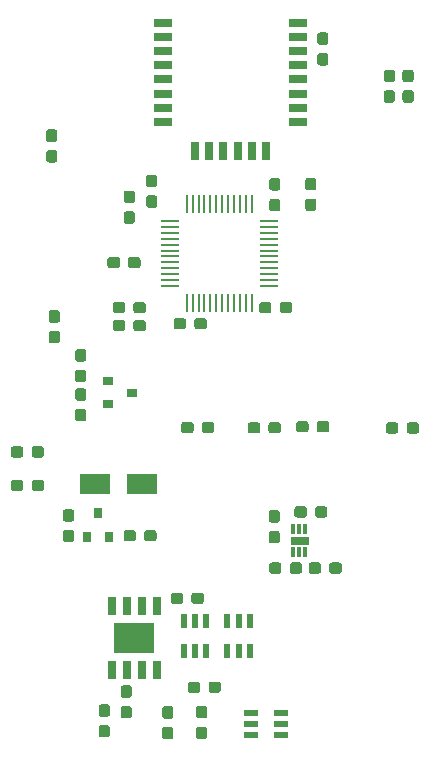
<source format=gbr>
G04 #@! TF.GenerationSoftware,KiCad,Pcbnew,(5.1.4)-1*
G04 #@! TF.CreationDate,2020-01-10T19:08:39-06:00*
G04 #@! TF.ProjectId,EncoderBoard,456e636f-6465-4724-926f-6172642e6b69,v1.0*
G04 #@! TF.SameCoordinates,Original*
G04 #@! TF.FileFunction,Paste,Top*
G04 #@! TF.FilePolarity,Positive*
%FSLAX46Y46*%
G04 Gerber Fmt 4.6, Leading zero omitted, Abs format (unit mm)*
G04 Created by KiCad (PCBNEW (5.1.4)-1) date 2020-01-10 19:08:39*
%MOMM*%
%LPD*%
G04 APERTURE LIST*
%ADD10C,0.025400*%
%ADD11C,0.100000*%
%ADD12C,0.950000*%
%ADD13R,0.280000X1.560000*%
%ADD14R,1.560000X0.280000*%
%ADD15R,1.500000X0.800000*%
%ADD16R,0.800000X1.500000*%
%ADD17R,1.420000X0.610000*%
%ADD18R,0.300000X0.804800*%
%ADD19R,2.500000X1.800000*%
%ADD20R,3.402000X2.513000*%
%ADD21R,0.700000X1.525000*%
%ADD22R,0.600000X1.200000*%
%ADD23R,0.800000X0.900000*%
%ADD24R,0.900000X0.800000*%
%ADD25R,1.200000X0.600000*%
G04 APERTURE END LIST*
D10*
G36*
X128882447Y-129281896D02*
G01*
X130302447Y-129281896D01*
X130302447Y-128671896D01*
X128882447Y-128671896D01*
X128882447Y-129281896D01*
G37*
X128882447Y-129281896D02*
X130302447Y-129281896D01*
X130302447Y-128671896D01*
X128882447Y-128671896D01*
X128882447Y-129281896D01*
D11*
G36*
X117306066Y-128096640D02*
G01*
X117329121Y-128100059D01*
X117351730Y-128105723D01*
X117373674Y-128113575D01*
X117394744Y-128123540D01*
X117414735Y-128135522D01*
X117433455Y-128149406D01*
X117450725Y-128165058D01*
X117466377Y-128182328D01*
X117480261Y-128201048D01*
X117492243Y-128221039D01*
X117502208Y-128242109D01*
X117510060Y-128264053D01*
X117515724Y-128286662D01*
X117519143Y-128309717D01*
X117520287Y-128332996D01*
X117520287Y-128807996D01*
X117519143Y-128831275D01*
X117515724Y-128854330D01*
X117510060Y-128876939D01*
X117502208Y-128898883D01*
X117492243Y-128919953D01*
X117480261Y-128939944D01*
X117466377Y-128958664D01*
X117450725Y-128975934D01*
X117433455Y-128991586D01*
X117414735Y-129005470D01*
X117394744Y-129017452D01*
X117373674Y-129027417D01*
X117351730Y-129035269D01*
X117329121Y-129040933D01*
X117306066Y-129044352D01*
X117282787Y-129045496D01*
X116707787Y-129045496D01*
X116684508Y-129044352D01*
X116661453Y-129040933D01*
X116638844Y-129035269D01*
X116616900Y-129027417D01*
X116595830Y-129017452D01*
X116575839Y-129005470D01*
X116557119Y-128991586D01*
X116539849Y-128975934D01*
X116524197Y-128958664D01*
X116510313Y-128939944D01*
X116498331Y-128919953D01*
X116488366Y-128898883D01*
X116480514Y-128876939D01*
X116474850Y-128854330D01*
X116471431Y-128831275D01*
X116470287Y-128807996D01*
X116470287Y-128332996D01*
X116471431Y-128309717D01*
X116474850Y-128286662D01*
X116480514Y-128264053D01*
X116488366Y-128242109D01*
X116498331Y-128221039D01*
X116510313Y-128201048D01*
X116524197Y-128182328D01*
X116539849Y-128165058D01*
X116557119Y-128149406D01*
X116575839Y-128135522D01*
X116595830Y-128123540D01*
X116616900Y-128113575D01*
X116638844Y-128105723D01*
X116661453Y-128100059D01*
X116684508Y-128096640D01*
X116707787Y-128095496D01*
X117282787Y-128095496D01*
X117306066Y-128096640D01*
X117306066Y-128096640D01*
G37*
D12*
X116995287Y-128570496D03*
D11*
G36*
X115556066Y-128096640D02*
G01*
X115579121Y-128100059D01*
X115601730Y-128105723D01*
X115623674Y-128113575D01*
X115644744Y-128123540D01*
X115664735Y-128135522D01*
X115683455Y-128149406D01*
X115700725Y-128165058D01*
X115716377Y-128182328D01*
X115730261Y-128201048D01*
X115742243Y-128221039D01*
X115752208Y-128242109D01*
X115760060Y-128264053D01*
X115765724Y-128286662D01*
X115769143Y-128309717D01*
X115770287Y-128332996D01*
X115770287Y-128807996D01*
X115769143Y-128831275D01*
X115765724Y-128854330D01*
X115760060Y-128876939D01*
X115752208Y-128898883D01*
X115742243Y-128919953D01*
X115730261Y-128939944D01*
X115716377Y-128958664D01*
X115700725Y-128975934D01*
X115683455Y-128991586D01*
X115664735Y-129005470D01*
X115644744Y-129017452D01*
X115623674Y-129027417D01*
X115601730Y-129035269D01*
X115579121Y-129040933D01*
X115556066Y-129044352D01*
X115532787Y-129045496D01*
X114957787Y-129045496D01*
X114934508Y-129044352D01*
X114911453Y-129040933D01*
X114888844Y-129035269D01*
X114866900Y-129027417D01*
X114845830Y-129017452D01*
X114825839Y-129005470D01*
X114807119Y-128991586D01*
X114789849Y-128975934D01*
X114774197Y-128958664D01*
X114760313Y-128939944D01*
X114748331Y-128919953D01*
X114738366Y-128898883D01*
X114730514Y-128876939D01*
X114724850Y-128854330D01*
X114721431Y-128831275D01*
X114720287Y-128807996D01*
X114720287Y-128332996D01*
X114721431Y-128309717D01*
X114724850Y-128286662D01*
X114730514Y-128264053D01*
X114738366Y-128242109D01*
X114748331Y-128221039D01*
X114760313Y-128201048D01*
X114774197Y-128182328D01*
X114789849Y-128165058D01*
X114807119Y-128149406D01*
X114825839Y-128135522D01*
X114845830Y-128123540D01*
X114866900Y-128113575D01*
X114888844Y-128105723D01*
X114911453Y-128100059D01*
X114934508Y-128096640D01*
X114957787Y-128095496D01*
X115532787Y-128095496D01*
X115556066Y-128096640D01*
X115556066Y-128096640D01*
G37*
D12*
X115245287Y-128570496D03*
D11*
G36*
X121596579Y-142974744D02*
G01*
X121619634Y-142978163D01*
X121642243Y-142983827D01*
X121664187Y-142991679D01*
X121685257Y-143001644D01*
X121705248Y-143013626D01*
X121723968Y-143027510D01*
X121741238Y-143043162D01*
X121756890Y-143060432D01*
X121770774Y-143079152D01*
X121782756Y-143099143D01*
X121792721Y-143120213D01*
X121800573Y-143142157D01*
X121806237Y-143164766D01*
X121809656Y-143187821D01*
X121810800Y-143211100D01*
X121810800Y-143786100D01*
X121809656Y-143809379D01*
X121806237Y-143832434D01*
X121800573Y-143855043D01*
X121792721Y-143876987D01*
X121782756Y-143898057D01*
X121770774Y-143918048D01*
X121756890Y-143936768D01*
X121741238Y-143954038D01*
X121723968Y-143969690D01*
X121705248Y-143983574D01*
X121685257Y-143995556D01*
X121664187Y-144005521D01*
X121642243Y-144013373D01*
X121619634Y-144019037D01*
X121596579Y-144022456D01*
X121573300Y-144023600D01*
X121098300Y-144023600D01*
X121075021Y-144022456D01*
X121051966Y-144019037D01*
X121029357Y-144013373D01*
X121007413Y-144005521D01*
X120986343Y-143995556D01*
X120966352Y-143983574D01*
X120947632Y-143969690D01*
X120930362Y-143954038D01*
X120914710Y-143936768D01*
X120900826Y-143918048D01*
X120888844Y-143898057D01*
X120878879Y-143876987D01*
X120871027Y-143855043D01*
X120865363Y-143832434D01*
X120861944Y-143809379D01*
X120860800Y-143786100D01*
X120860800Y-143211100D01*
X120861944Y-143187821D01*
X120865363Y-143164766D01*
X120871027Y-143142157D01*
X120878879Y-143120213D01*
X120888844Y-143099143D01*
X120900826Y-143079152D01*
X120914710Y-143060432D01*
X120930362Y-143043162D01*
X120947632Y-143027510D01*
X120966352Y-143013626D01*
X120986343Y-143001644D01*
X121007413Y-142991679D01*
X121029357Y-142983827D01*
X121051966Y-142978163D01*
X121075021Y-142974744D01*
X121098300Y-142973600D01*
X121573300Y-142973600D01*
X121596579Y-142974744D01*
X121596579Y-142974744D01*
G37*
D12*
X121335800Y-143498600D03*
D11*
G36*
X121596579Y-144724744D02*
G01*
X121619634Y-144728163D01*
X121642243Y-144733827D01*
X121664187Y-144741679D01*
X121685257Y-144751644D01*
X121705248Y-144763626D01*
X121723968Y-144777510D01*
X121741238Y-144793162D01*
X121756890Y-144810432D01*
X121770774Y-144829152D01*
X121782756Y-144849143D01*
X121792721Y-144870213D01*
X121800573Y-144892157D01*
X121806237Y-144914766D01*
X121809656Y-144937821D01*
X121810800Y-144961100D01*
X121810800Y-145536100D01*
X121809656Y-145559379D01*
X121806237Y-145582434D01*
X121800573Y-145605043D01*
X121792721Y-145626987D01*
X121782756Y-145648057D01*
X121770774Y-145668048D01*
X121756890Y-145686768D01*
X121741238Y-145704038D01*
X121723968Y-145719690D01*
X121705248Y-145733574D01*
X121685257Y-145745556D01*
X121664187Y-145755521D01*
X121642243Y-145763373D01*
X121619634Y-145769037D01*
X121596579Y-145772456D01*
X121573300Y-145773600D01*
X121098300Y-145773600D01*
X121075021Y-145772456D01*
X121051966Y-145769037D01*
X121029357Y-145763373D01*
X121007413Y-145755521D01*
X120986343Y-145745556D01*
X120966352Y-145733574D01*
X120947632Y-145719690D01*
X120930362Y-145704038D01*
X120914710Y-145686768D01*
X120900826Y-145668048D01*
X120888844Y-145648057D01*
X120878879Y-145626987D01*
X120871027Y-145605043D01*
X120865363Y-145582434D01*
X120861944Y-145559379D01*
X120860800Y-145536100D01*
X120860800Y-144961100D01*
X120861944Y-144937821D01*
X120865363Y-144914766D01*
X120871027Y-144892157D01*
X120878879Y-144870213D01*
X120888844Y-144849143D01*
X120900826Y-144829152D01*
X120914710Y-144810432D01*
X120930362Y-144793162D01*
X120947632Y-144777510D01*
X120966352Y-144763626D01*
X120986343Y-144751644D01*
X121007413Y-144741679D01*
X121029357Y-144733827D01*
X121051966Y-144728163D01*
X121075021Y-144724744D01*
X121098300Y-144723600D01*
X121573300Y-144723600D01*
X121596579Y-144724744D01*
X121596579Y-144724744D01*
G37*
D12*
X121335800Y-145248600D03*
D13*
X120069160Y-100483240D03*
X120569160Y-100483240D03*
X121069160Y-100483240D03*
X121569160Y-100483240D03*
X122069160Y-100483240D03*
X122569160Y-100483240D03*
X123069160Y-100483240D03*
X123569160Y-100483240D03*
X124069160Y-100483240D03*
X124569160Y-100483240D03*
X125069160Y-100483240D03*
X125569160Y-100483240D03*
D14*
X126999160Y-101913240D03*
X126999160Y-102413240D03*
X126999160Y-102913240D03*
X126999160Y-103413240D03*
X126999160Y-103913240D03*
X126999160Y-104413240D03*
X126999160Y-104913240D03*
X126999160Y-105413240D03*
X126999160Y-105913240D03*
X126999160Y-106413240D03*
X126999160Y-106913240D03*
X126999160Y-107413240D03*
D13*
X125569160Y-108843240D03*
X125069160Y-108843240D03*
X124569160Y-108843240D03*
X124069160Y-108843240D03*
X123569160Y-108843240D03*
X123069160Y-108843240D03*
X122569160Y-108843240D03*
X122069160Y-108843240D03*
X121569160Y-108843240D03*
X121069160Y-108843240D03*
X120569160Y-108843240D03*
X120069160Y-108843240D03*
D14*
X118639160Y-107413240D03*
X118639160Y-106913240D03*
X118639160Y-106413240D03*
X118639160Y-105913240D03*
X118639160Y-105413240D03*
X118639160Y-104913240D03*
X118639160Y-104413240D03*
X118639160Y-103913240D03*
X118639160Y-103413240D03*
X118639160Y-102913240D03*
X118639160Y-102413240D03*
X118639160Y-101913240D03*
D15*
X129524200Y-85123860D03*
X129524200Y-86323860D03*
X129524200Y-87523860D03*
X129524200Y-88723860D03*
X129524200Y-89923860D03*
X129524200Y-91123860D03*
X129524200Y-92323860D03*
X129524200Y-93523860D03*
D16*
X126774200Y-96023860D03*
X125574200Y-96023860D03*
X124374200Y-96023860D03*
X123174200Y-96023860D03*
X121974200Y-96023860D03*
X120774200Y-96023860D03*
D15*
X118024200Y-93523860D03*
X118024200Y-92323860D03*
X118024200Y-91123860D03*
X118024200Y-89923860D03*
X118024200Y-88723860D03*
X118024200Y-87523860D03*
X118024200Y-86323860D03*
X118024200Y-85123860D03*
D11*
G36*
X115459939Y-99341384D02*
G01*
X115482994Y-99344803D01*
X115505603Y-99350467D01*
X115527547Y-99358319D01*
X115548617Y-99368284D01*
X115568608Y-99380266D01*
X115587328Y-99394150D01*
X115604598Y-99409802D01*
X115620250Y-99427072D01*
X115634134Y-99445792D01*
X115646116Y-99465783D01*
X115656081Y-99486853D01*
X115663933Y-99508797D01*
X115669597Y-99531406D01*
X115673016Y-99554461D01*
X115674160Y-99577740D01*
X115674160Y-100152740D01*
X115673016Y-100176019D01*
X115669597Y-100199074D01*
X115663933Y-100221683D01*
X115656081Y-100243627D01*
X115646116Y-100264697D01*
X115634134Y-100284688D01*
X115620250Y-100303408D01*
X115604598Y-100320678D01*
X115587328Y-100336330D01*
X115568608Y-100350214D01*
X115548617Y-100362196D01*
X115527547Y-100372161D01*
X115505603Y-100380013D01*
X115482994Y-100385677D01*
X115459939Y-100389096D01*
X115436660Y-100390240D01*
X114961660Y-100390240D01*
X114938381Y-100389096D01*
X114915326Y-100385677D01*
X114892717Y-100380013D01*
X114870773Y-100372161D01*
X114849703Y-100362196D01*
X114829712Y-100350214D01*
X114810992Y-100336330D01*
X114793722Y-100320678D01*
X114778070Y-100303408D01*
X114764186Y-100284688D01*
X114752204Y-100264697D01*
X114742239Y-100243627D01*
X114734387Y-100221683D01*
X114728723Y-100199074D01*
X114725304Y-100176019D01*
X114724160Y-100152740D01*
X114724160Y-99577740D01*
X114725304Y-99554461D01*
X114728723Y-99531406D01*
X114734387Y-99508797D01*
X114742239Y-99486853D01*
X114752204Y-99465783D01*
X114764186Y-99445792D01*
X114778070Y-99427072D01*
X114793722Y-99409802D01*
X114810992Y-99394150D01*
X114829712Y-99380266D01*
X114849703Y-99368284D01*
X114870773Y-99358319D01*
X114892717Y-99350467D01*
X114915326Y-99344803D01*
X114938381Y-99341384D01*
X114961660Y-99340240D01*
X115436660Y-99340240D01*
X115459939Y-99341384D01*
X115459939Y-99341384D01*
G37*
D12*
X115199160Y-99865240D03*
D11*
G36*
X115459939Y-101091384D02*
G01*
X115482994Y-101094803D01*
X115505603Y-101100467D01*
X115527547Y-101108319D01*
X115548617Y-101118284D01*
X115568608Y-101130266D01*
X115587328Y-101144150D01*
X115604598Y-101159802D01*
X115620250Y-101177072D01*
X115634134Y-101195792D01*
X115646116Y-101215783D01*
X115656081Y-101236853D01*
X115663933Y-101258797D01*
X115669597Y-101281406D01*
X115673016Y-101304461D01*
X115674160Y-101327740D01*
X115674160Y-101902740D01*
X115673016Y-101926019D01*
X115669597Y-101949074D01*
X115663933Y-101971683D01*
X115656081Y-101993627D01*
X115646116Y-102014697D01*
X115634134Y-102034688D01*
X115620250Y-102053408D01*
X115604598Y-102070678D01*
X115587328Y-102086330D01*
X115568608Y-102100214D01*
X115548617Y-102112196D01*
X115527547Y-102122161D01*
X115505603Y-102130013D01*
X115482994Y-102135677D01*
X115459939Y-102139096D01*
X115436660Y-102140240D01*
X114961660Y-102140240D01*
X114938381Y-102139096D01*
X114915326Y-102135677D01*
X114892717Y-102130013D01*
X114870773Y-102122161D01*
X114849703Y-102112196D01*
X114829712Y-102100214D01*
X114810992Y-102086330D01*
X114793722Y-102070678D01*
X114778070Y-102053408D01*
X114764186Y-102034688D01*
X114752204Y-102014697D01*
X114742239Y-101993627D01*
X114734387Y-101971683D01*
X114728723Y-101949074D01*
X114725304Y-101926019D01*
X114724160Y-101902740D01*
X114724160Y-101327740D01*
X114725304Y-101304461D01*
X114728723Y-101281406D01*
X114734387Y-101258797D01*
X114742239Y-101236853D01*
X114752204Y-101215783D01*
X114764186Y-101195792D01*
X114778070Y-101177072D01*
X114793722Y-101159802D01*
X114810992Y-101144150D01*
X114829712Y-101130266D01*
X114849703Y-101118284D01*
X114870773Y-101108319D01*
X114892717Y-101100467D01*
X114915326Y-101094803D01*
X114938381Y-101091384D01*
X114961660Y-101090240D01*
X115436660Y-101090240D01*
X115459939Y-101091384D01*
X115459939Y-101091384D01*
G37*
D12*
X115199160Y-101615240D03*
D11*
G36*
X114192979Y-104961544D02*
G01*
X114216034Y-104964963D01*
X114238643Y-104970627D01*
X114260587Y-104978479D01*
X114281657Y-104988444D01*
X114301648Y-105000426D01*
X114320368Y-105014310D01*
X114337638Y-105029962D01*
X114353290Y-105047232D01*
X114367174Y-105065952D01*
X114379156Y-105085943D01*
X114389121Y-105107013D01*
X114396973Y-105128957D01*
X114402637Y-105151566D01*
X114406056Y-105174621D01*
X114407200Y-105197900D01*
X114407200Y-105672900D01*
X114406056Y-105696179D01*
X114402637Y-105719234D01*
X114396973Y-105741843D01*
X114389121Y-105763787D01*
X114379156Y-105784857D01*
X114367174Y-105804848D01*
X114353290Y-105823568D01*
X114337638Y-105840838D01*
X114320368Y-105856490D01*
X114301648Y-105870374D01*
X114281657Y-105882356D01*
X114260587Y-105892321D01*
X114238643Y-105900173D01*
X114216034Y-105905837D01*
X114192979Y-105909256D01*
X114169700Y-105910400D01*
X113594700Y-105910400D01*
X113571421Y-105909256D01*
X113548366Y-105905837D01*
X113525757Y-105900173D01*
X113503813Y-105892321D01*
X113482743Y-105882356D01*
X113462752Y-105870374D01*
X113444032Y-105856490D01*
X113426762Y-105840838D01*
X113411110Y-105823568D01*
X113397226Y-105804848D01*
X113385244Y-105784857D01*
X113375279Y-105763787D01*
X113367427Y-105741843D01*
X113361763Y-105719234D01*
X113358344Y-105696179D01*
X113357200Y-105672900D01*
X113357200Y-105197900D01*
X113358344Y-105174621D01*
X113361763Y-105151566D01*
X113367427Y-105128957D01*
X113375279Y-105107013D01*
X113385244Y-105085943D01*
X113397226Y-105065952D01*
X113411110Y-105047232D01*
X113426762Y-105029962D01*
X113444032Y-105014310D01*
X113462752Y-105000426D01*
X113482743Y-104988444D01*
X113503813Y-104978479D01*
X113525757Y-104970627D01*
X113548366Y-104964963D01*
X113571421Y-104961544D01*
X113594700Y-104960400D01*
X114169700Y-104960400D01*
X114192979Y-104961544D01*
X114192979Y-104961544D01*
G37*
D12*
X113882200Y-105435400D03*
D11*
G36*
X115942979Y-104961544D02*
G01*
X115966034Y-104964963D01*
X115988643Y-104970627D01*
X116010587Y-104978479D01*
X116031657Y-104988444D01*
X116051648Y-105000426D01*
X116070368Y-105014310D01*
X116087638Y-105029962D01*
X116103290Y-105047232D01*
X116117174Y-105065952D01*
X116129156Y-105085943D01*
X116139121Y-105107013D01*
X116146973Y-105128957D01*
X116152637Y-105151566D01*
X116156056Y-105174621D01*
X116157200Y-105197900D01*
X116157200Y-105672900D01*
X116156056Y-105696179D01*
X116152637Y-105719234D01*
X116146973Y-105741843D01*
X116139121Y-105763787D01*
X116129156Y-105784857D01*
X116117174Y-105804848D01*
X116103290Y-105823568D01*
X116087638Y-105840838D01*
X116070368Y-105856490D01*
X116051648Y-105870374D01*
X116031657Y-105882356D01*
X116010587Y-105892321D01*
X115988643Y-105900173D01*
X115966034Y-105905837D01*
X115942979Y-105909256D01*
X115919700Y-105910400D01*
X115344700Y-105910400D01*
X115321421Y-105909256D01*
X115298366Y-105905837D01*
X115275757Y-105900173D01*
X115253813Y-105892321D01*
X115232743Y-105882356D01*
X115212752Y-105870374D01*
X115194032Y-105856490D01*
X115176762Y-105840838D01*
X115161110Y-105823568D01*
X115147226Y-105804848D01*
X115135244Y-105784857D01*
X115125279Y-105763787D01*
X115117427Y-105741843D01*
X115111763Y-105719234D01*
X115108344Y-105696179D01*
X115107200Y-105672900D01*
X115107200Y-105197900D01*
X115108344Y-105174621D01*
X115111763Y-105151566D01*
X115117427Y-105128957D01*
X115125279Y-105107013D01*
X115135244Y-105085943D01*
X115147226Y-105065952D01*
X115161110Y-105047232D01*
X115176762Y-105029962D01*
X115194032Y-105014310D01*
X115212752Y-105000426D01*
X115232743Y-104988444D01*
X115253813Y-104978479D01*
X115275757Y-104970627D01*
X115298366Y-104964963D01*
X115321421Y-104961544D01*
X115344700Y-104960400D01*
X115919700Y-104960400D01*
X115942979Y-104961544D01*
X115942979Y-104961544D01*
G37*
D12*
X115632200Y-105435400D03*
D11*
G36*
X116384939Y-108761384D02*
G01*
X116407994Y-108764803D01*
X116430603Y-108770467D01*
X116452547Y-108778319D01*
X116473617Y-108788284D01*
X116493608Y-108800266D01*
X116512328Y-108814150D01*
X116529598Y-108829802D01*
X116545250Y-108847072D01*
X116559134Y-108865792D01*
X116571116Y-108885783D01*
X116581081Y-108906853D01*
X116588933Y-108928797D01*
X116594597Y-108951406D01*
X116598016Y-108974461D01*
X116599160Y-108997740D01*
X116599160Y-109472740D01*
X116598016Y-109496019D01*
X116594597Y-109519074D01*
X116588933Y-109541683D01*
X116581081Y-109563627D01*
X116571116Y-109584697D01*
X116559134Y-109604688D01*
X116545250Y-109623408D01*
X116529598Y-109640678D01*
X116512328Y-109656330D01*
X116493608Y-109670214D01*
X116473617Y-109682196D01*
X116452547Y-109692161D01*
X116430603Y-109700013D01*
X116407994Y-109705677D01*
X116384939Y-109709096D01*
X116361660Y-109710240D01*
X115786660Y-109710240D01*
X115763381Y-109709096D01*
X115740326Y-109705677D01*
X115717717Y-109700013D01*
X115695773Y-109692161D01*
X115674703Y-109682196D01*
X115654712Y-109670214D01*
X115635992Y-109656330D01*
X115618722Y-109640678D01*
X115603070Y-109623408D01*
X115589186Y-109604688D01*
X115577204Y-109584697D01*
X115567239Y-109563627D01*
X115559387Y-109541683D01*
X115553723Y-109519074D01*
X115550304Y-109496019D01*
X115549160Y-109472740D01*
X115549160Y-108997740D01*
X115550304Y-108974461D01*
X115553723Y-108951406D01*
X115559387Y-108928797D01*
X115567239Y-108906853D01*
X115577204Y-108885783D01*
X115589186Y-108865792D01*
X115603070Y-108847072D01*
X115618722Y-108829802D01*
X115635992Y-108814150D01*
X115654712Y-108800266D01*
X115674703Y-108788284D01*
X115695773Y-108778319D01*
X115717717Y-108770467D01*
X115740326Y-108764803D01*
X115763381Y-108761384D01*
X115786660Y-108760240D01*
X116361660Y-108760240D01*
X116384939Y-108761384D01*
X116384939Y-108761384D01*
G37*
D12*
X116074160Y-109235240D03*
D11*
G36*
X114634939Y-108761384D02*
G01*
X114657994Y-108764803D01*
X114680603Y-108770467D01*
X114702547Y-108778319D01*
X114723617Y-108788284D01*
X114743608Y-108800266D01*
X114762328Y-108814150D01*
X114779598Y-108829802D01*
X114795250Y-108847072D01*
X114809134Y-108865792D01*
X114821116Y-108885783D01*
X114831081Y-108906853D01*
X114838933Y-108928797D01*
X114844597Y-108951406D01*
X114848016Y-108974461D01*
X114849160Y-108997740D01*
X114849160Y-109472740D01*
X114848016Y-109496019D01*
X114844597Y-109519074D01*
X114838933Y-109541683D01*
X114831081Y-109563627D01*
X114821116Y-109584697D01*
X114809134Y-109604688D01*
X114795250Y-109623408D01*
X114779598Y-109640678D01*
X114762328Y-109656330D01*
X114743608Y-109670214D01*
X114723617Y-109682196D01*
X114702547Y-109692161D01*
X114680603Y-109700013D01*
X114657994Y-109705677D01*
X114634939Y-109709096D01*
X114611660Y-109710240D01*
X114036660Y-109710240D01*
X114013381Y-109709096D01*
X113990326Y-109705677D01*
X113967717Y-109700013D01*
X113945773Y-109692161D01*
X113924703Y-109682196D01*
X113904712Y-109670214D01*
X113885992Y-109656330D01*
X113868722Y-109640678D01*
X113853070Y-109623408D01*
X113839186Y-109604688D01*
X113827204Y-109584697D01*
X113817239Y-109563627D01*
X113809387Y-109541683D01*
X113803723Y-109519074D01*
X113800304Y-109496019D01*
X113799160Y-109472740D01*
X113799160Y-108997740D01*
X113800304Y-108974461D01*
X113803723Y-108951406D01*
X113809387Y-108928797D01*
X113817239Y-108906853D01*
X113827204Y-108885783D01*
X113839186Y-108865792D01*
X113853070Y-108847072D01*
X113868722Y-108829802D01*
X113885992Y-108814150D01*
X113904712Y-108800266D01*
X113924703Y-108788284D01*
X113945773Y-108778319D01*
X113967717Y-108770467D01*
X113990326Y-108764803D01*
X114013381Y-108761384D01*
X114036660Y-108760240D01*
X114611660Y-108760240D01*
X114634939Y-108761384D01*
X114634939Y-108761384D01*
G37*
D12*
X114324160Y-109235240D03*
D11*
G36*
X116384939Y-110285384D02*
G01*
X116407994Y-110288803D01*
X116430603Y-110294467D01*
X116452547Y-110302319D01*
X116473617Y-110312284D01*
X116493608Y-110324266D01*
X116512328Y-110338150D01*
X116529598Y-110353802D01*
X116545250Y-110371072D01*
X116559134Y-110389792D01*
X116571116Y-110409783D01*
X116581081Y-110430853D01*
X116588933Y-110452797D01*
X116594597Y-110475406D01*
X116598016Y-110498461D01*
X116599160Y-110521740D01*
X116599160Y-110996740D01*
X116598016Y-111020019D01*
X116594597Y-111043074D01*
X116588933Y-111065683D01*
X116581081Y-111087627D01*
X116571116Y-111108697D01*
X116559134Y-111128688D01*
X116545250Y-111147408D01*
X116529598Y-111164678D01*
X116512328Y-111180330D01*
X116493608Y-111194214D01*
X116473617Y-111206196D01*
X116452547Y-111216161D01*
X116430603Y-111224013D01*
X116407994Y-111229677D01*
X116384939Y-111233096D01*
X116361660Y-111234240D01*
X115786660Y-111234240D01*
X115763381Y-111233096D01*
X115740326Y-111229677D01*
X115717717Y-111224013D01*
X115695773Y-111216161D01*
X115674703Y-111206196D01*
X115654712Y-111194214D01*
X115635992Y-111180330D01*
X115618722Y-111164678D01*
X115603070Y-111147408D01*
X115589186Y-111128688D01*
X115577204Y-111108697D01*
X115567239Y-111087627D01*
X115559387Y-111065683D01*
X115553723Y-111043074D01*
X115550304Y-111020019D01*
X115549160Y-110996740D01*
X115549160Y-110521740D01*
X115550304Y-110498461D01*
X115553723Y-110475406D01*
X115559387Y-110452797D01*
X115567239Y-110430853D01*
X115577204Y-110409783D01*
X115589186Y-110389792D01*
X115603070Y-110371072D01*
X115618722Y-110353802D01*
X115635992Y-110338150D01*
X115654712Y-110324266D01*
X115674703Y-110312284D01*
X115695773Y-110302319D01*
X115717717Y-110294467D01*
X115740326Y-110288803D01*
X115763381Y-110285384D01*
X115786660Y-110284240D01*
X116361660Y-110284240D01*
X116384939Y-110285384D01*
X116384939Y-110285384D01*
G37*
D12*
X116074160Y-110759240D03*
D11*
G36*
X114634939Y-110285384D02*
G01*
X114657994Y-110288803D01*
X114680603Y-110294467D01*
X114702547Y-110302319D01*
X114723617Y-110312284D01*
X114743608Y-110324266D01*
X114762328Y-110338150D01*
X114779598Y-110353802D01*
X114795250Y-110371072D01*
X114809134Y-110389792D01*
X114821116Y-110409783D01*
X114831081Y-110430853D01*
X114838933Y-110452797D01*
X114844597Y-110475406D01*
X114848016Y-110498461D01*
X114849160Y-110521740D01*
X114849160Y-110996740D01*
X114848016Y-111020019D01*
X114844597Y-111043074D01*
X114838933Y-111065683D01*
X114831081Y-111087627D01*
X114821116Y-111108697D01*
X114809134Y-111128688D01*
X114795250Y-111147408D01*
X114779598Y-111164678D01*
X114762328Y-111180330D01*
X114743608Y-111194214D01*
X114723617Y-111206196D01*
X114702547Y-111216161D01*
X114680603Y-111224013D01*
X114657994Y-111229677D01*
X114634939Y-111233096D01*
X114611660Y-111234240D01*
X114036660Y-111234240D01*
X114013381Y-111233096D01*
X113990326Y-111229677D01*
X113967717Y-111224013D01*
X113945773Y-111216161D01*
X113924703Y-111206196D01*
X113904712Y-111194214D01*
X113885992Y-111180330D01*
X113868722Y-111164678D01*
X113853070Y-111147408D01*
X113839186Y-111128688D01*
X113827204Y-111108697D01*
X113817239Y-111087627D01*
X113809387Y-111065683D01*
X113803723Y-111043074D01*
X113800304Y-111020019D01*
X113799160Y-110996740D01*
X113799160Y-110521740D01*
X113800304Y-110498461D01*
X113803723Y-110475406D01*
X113809387Y-110452797D01*
X113817239Y-110430853D01*
X113827204Y-110409783D01*
X113839186Y-110389792D01*
X113853070Y-110371072D01*
X113868722Y-110353802D01*
X113885992Y-110338150D01*
X113904712Y-110324266D01*
X113924703Y-110312284D01*
X113945773Y-110302319D01*
X113967717Y-110294467D01*
X113990326Y-110288803D01*
X114013381Y-110285384D01*
X114036660Y-110284240D01*
X114611660Y-110284240D01*
X114634939Y-110285384D01*
X114634939Y-110285384D01*
G37*
D12*
X114324160Y-110759240D03*
D11*
G36*
X127789099Y-98280904D02*
G01*
X127812154Y-98284323D01*
X127834763Y-98289987D01*
X127856707Y-98297839D01*
X127877777Y-98307804D01*
X127897768Y-98319786D01*
X127916488Y-98333670D01*
X127933758Y-98349322D01*
X127949410Y-98366592D01*
X127963294Y-98385312D01*
X127975276Y-98405303D01*
X127985241Y-98426373D01*
X127993093Y-98448317D01*
X127998757Y-98470926D01*
X128002176Y-98493981D01*
X128003320Y-98517260D01*
X128003320Y-99092260D01*
X128002176Y-99115539D01*
X127998757Y-99138594D01*
X127993093Y-99161203D01*
X127985241Y-99183147D01*
X127975276Y-99204217D01*
X127963294Y-99224208D01*
X127949410Y-99242928D01*
X127933758Y-99260198D01*
X127916488Y-99275850D01*
X127897768Y-99289734D01*
X127877777Y-99301716D01*
X127856707Y-99311681D01*
X127834763Y-99319533D01*
X127812154Y-99325197D01*
X127789099Y-99328616D01*
X127765820Y-99329760D01*
X127290820Y-99329760D01*
X127267541Y-99328616D01*
X127244486Y-99325197D01*
X127221877Y-99319533D01*
X127199933Y-99311681D01*
X127178863Y-99301716D01*
X127158872Y-99289734D01*
X127140152Y-99275850D01*
X127122882Y-99260198D01*
X127107230Y-99242928D01*
X127093346Y-99224208D01*
X127081364Y-99204217D01*
X127071399Y-99183147D01*
X127063547Y-99161203D01*
X127057883Y-99138594D01*
X127054464Y-99115539D01*
X127053320Y-99092260D01*
X127053320Y-98517260D01*
X127054464Y-98493981D01*
X127057883Y-98470926D01*
X127063547Y-98448317D01*
X127071399Y-98426373D01*
X127081364Y-98405303D01*
X127093346Y-98385312D01*
X127107230Y-98366592D01*
X127122882Y-98349322D01*
X127140152Y-98333670D01*
X127158872Y-98319786D01*
X127178863Y-98307804D01*
X127199933Y-98297839D01*
X127221877Y-98289987D01*
X127244486Y-98284323D01*
X127267541Y-98280904D01*
X127290820Y-98279760D01*
X127765820Y-98279760D01*
X127789099Y-98280904D01*
X127789099Y-98280904D01*
G37*
D12*
X127528320Y-98804760D03*
D11*
G36*
X127789099Y-100030904D02*
G01*
X127812154Y-100034323D01*
X127834763Y-100039987D01*
X127856707Y-100047839D01*
X127877777Y-100057804D01*
X127897768Y-100069786D01*
X127916488Y-100083670D01*
X127933758Y-100099322D01*
X127949410Y-100116592D01*
X127963294Y-100135312D01*
X127975276Y-100155303D01*
X127985241Y-100176373D01*
X127993093Y-100198317D01*
X127998757Y-100220926D01*
X128002176Y-100243981D01*
X128003320Y-100267260D01*
X128003320Y-100842260D01*
X128002176Y-100865539D01*
X127998757Y-100888594D01*
X127993093Y-100911203D01*
X127985241Y-100933147D01*
X127975276Y-100954217D01*
X127963294Y-100974208D01*
X127949410Y-100992928D01*
X127933758Y-101010198D01*
X127916488Y-101025850D01*
X127897768Y-101039734D01*
X127877777Y-101051716D01*
X127856707Y-101061681D01*
X127834763Y-101069533D01*
X127812154Y-101075197D01*
X127789099Y-101078616D01*
X127765820Y-101079760D01*
X127290820Y-101079760D01*
X127267541Y-101078616D01*
X127244486Y-101075197D01*
X127221877Y-101069533D01*
X127199933Y-101061681D01*
X127178863Y-101051716D01*
X127158872Y-101039734D01*
X127140152Y-101025850D01*
X127122882Y-101010198D01*
X127107230Y-100992928D01*
X127093346Y-100974208D01*
X127081364Y-100954217D01*
X127071399Y-100933147D01*
X127063547Y-100911203D01*
X127057883Y-100888594D01*
X127054464Y-100865539D01*
X127053320Y-100842260D01*
X127053320Y-100267260D01*
X127054464Y-100243981D01*
X127057883Y-100220926D01*
X127063547Y-100198317D01*
X127071399Y-100176373D01*
X127081364Y-100155303D01*
X127093346Y-100135312D01*
X127107230Y-100116592D01*
X127122882Y-100099322D01*
X127140152Y-100083670D01*
X127158872Y-100069786D01*
X127178863Y-100057804D01*
X127199933Y-100047839D01*
X127221877Y-100039987D01*
X127244486Y-100034323D01*
X127267541Y-100030904D01*
X127290820Y-100029760D01*
X127765820Y-100029760D01*
X127789099Y-100030904D01*
X127789099Y-100030904D01*
G37*
D12*
X127528320Y-100554760D03*
D11*
G36*
X130837099Y-100010584D02*
G01*
X130860154Y-100014003D01*
X130882763Y-100019667D01*
X130904707Y-100027519D01*
X130925777Y-100037484D01*
X130945768Y-100049466D01*
X130964488Y-100063350D01*
X130981758Y-100079002D01*
X130997410Y-100096272D01*
X131011294Y-100114992D01*
X131023276Y-100134983D01*
X131033241Y-100156053D01*
X131041093Y-100177997D01*
X131046757Y-100200606D01*
X131050176Y-100223661D01*
X131051320Y-100246940D01*
X131051320Y-100821940D01*
X131050176Y-100845219D01*
X131046757Y-100868274D01*
X131041093Y-100890883D01*
X131033241Y-100912827D01*
X131023276Y-100933897D01*
X131011294Y-100953888D01*
X130997410Y-100972608D01*
X130981758Y-100989878D01*
X130964488Y-101005530D01*
X130945768Y-101019414D01*
X130925777Y-101031396D01*
X130904707Y-101041361D01*
X130882763Y-101049213D01*
X130860154Y-101054877D01*
X130837099Y-101058296D01*
X130813820Y-101059440D01*
X130338820Y-101059440D01*
X130315541Y-101058296D01*
X130292486Y-101054877D01*
X130269877Y-101049213D01*
X130247933Y-101041361D01*
X130226863Y-101031396D01*
X130206872Y-101019414D01*
X130188152Y-101005530D01*
X130170882Y-100989878D01*
X130155230Y-100972608D01*
X130141346Y-100953888D01*
X130129364Y-100933897D01*
X130119399Y-100912827D01*
X130111547Y-100890883D01*
X130105883Y-100868274D01*
X130102464Y-100845219D01*
X130101320Y-100821940D01*
X130101320Y-100246940D01*
X130102464Y-100223661D01*
X130105883Y-100200606D01*
X130111547Y-100177997D01*
X130119399Y-100156053D01*
X130129364Y-100134983D01*
X130141346Y-100114992D01*
X130155230Y-100096272D01*
X130170882Y-100079002D01*
X130188152Y-100063350D01*
X130206872Y-100049466D01*
X130226863Y-100037484D01*
X130247933Y-100027519D01*
X130269877Y-100019667D01*
X130292486Y-100014003D01*
X130315541Y-100010584D01*
X130338820Y-100009440D01*
X130813820Y-100009440D01*
X130837099Y-100010584D01*
X130837099Y-100010584D01*
G37*
D12*
X130576320Y-100534440D03*
D11*
G36*
X130837099Y-98260584D02*
G01*
X130860154Y-98264003D01*
X130882763Y-98269667D01*
X130904707Y-98277519D01*
X130925777Y-98287484D01*
X130945768Y-98299466D01*
X130964488Y-98313350D01*
X130981758Y-98329002D01*
X130997410Y-98346272D01*
X131011294Y-98364992D01*
X131023276Y-98384983D01*
X131033241Y-98406053D01*
X131041093Y-98427997D01*
X131046757Y-98450606D01*
X131050176Y-98473661D01*
X131051320Y-98496940D01*
X131051320Y-99071940D01*
X131050176Y-99095219D01*
X131046757Y-99118274D01*
X131041093Y-99140883D01*
X131033241Y-99162827D01*
X131023276Y-99183897D01*
X131011294Y-99203888D01*
X130997410Y-99222608D01*
X130981758Y-99239878D01*
X130964488Y-99255530D01*
X130945768Y-99269414D01*
X130925777Y-99281396D01*
X130904707Y-99291361D01*
X130882763Y-99299213D01*
X130860154Y-99304877D01*
X130837099Y-99308296D01*
X130813820Y-99309440D01*
X130338820Y-99309440D01*
X130315541Y-99308296D01*
X130292486Y-99304877D01*
X130269877Y-99299213D01*
X130247933Y-99291361D01*
X130226863Y-99281396D01*
X130206872Y-99269414D01*
X130188152Y-99255530D01*
X130170882Y-99239878D01*
X130155230Y-99222608D01*
X130141346Y-99203888D01*
X130129364Y-99183897D01*
X130119399Y-99162827D01*
X130111547Y-99140883D01*
X130105883Y-99118274D01*
X130102464Y-99095219D01*
X130101320Y-99071940D01*
X130101320Y-98496940D01*
X130102464Y-98473661D01*
X130105883Y-98450606D01*
X130111547Y-98427997D01*
X130119399Y-98406053D01*
X130129364Y-98384983D01*
X130141346Y-98364992D01*
X130155230Y-98346272D01*
X130170882Y-98329002D01*
X130188152Y-98313350D01*
X130206872Y-98299466D01*
X130226863Y-98287484D01*
X130247933Y-98277519D01*
X130269877Y-98269667D01*
X130292486Y-98264003D01*
X130315541Y-98260584D01*
X130338820Y-98259440D01*
X130813820Y-98259440D01*
X130837099Y-98260584D01*
X130837099Y-98260584D01*
G37*
D12*
X130576320Y-98784440D03*
D11*
G36*
X108901659Y-95911024D02*
G01*
X108924714Y-95914443D01*
X108947323Y-95920107D01*
X108969267Y-95927959D01*
X108990337Y-95937924D01*
X109010328Y-95949906D01*
X109029048Y-95963790D01*
X109046318Y-95979442D01*
X109061970Y-95996712D01*
X109075854Y-96015432D01*
X109087836Y-96035423D01*
X109097801Y-96056493D01*
X109105653Y-96078437D01*
X109111317Y-96101046D01*
X109114736Y-96124101D01*
X109115880Y-96147380D01*
X109115880Y-96722380D01*
X109114736Y-96745659D01*
X109111317Y-96768714D01*
X109105653Y-96791323D01*
X109097801Y-96813267D01*
X109087836Y-96834337D01*
X109075854Y-96854328D01*
X109061970Y-96873048D01*
X109046318Y-96890318D01*
X109029048Y-96905970D01*
X109010328Y-96919854D01*
X108990337Y-96931836D01*
X108969267Y-96941801D01*
X108947323Y-96949653D01*
X108924714Y-96955317D01*
X108901659Y-96958736D01*
X108878380Y-96959880D01*
X108403380Y-96959880D01*
X108380101Y-96958736D01*
X108357046Y-96955317D01*
X108334437Y-96949653D01*
X108312493Y-96941801D01*
X108291423Y-96931836D01*
X108271432Y-96919854D01*
X108252712Y-96905970D01*
X108235442Y-96890318D01*
X108219790Y-96873048D01*
X108205906Y-96854328D01*
X108193924Y-96834337D01*
X108183959Y-96813267D01*
X108176107Y-96791323D01*
X108170443Y-96768714D01*
X108167024Y-96745659D01*
X108165880Y-96722380D01*
X108165880Y-96147380D01*
X108167024Y-96124101D01*
X108170443Y-96101046D01*
X108176107Y-96078437D01*
X108183959Y-96056493D01*
X108193924Y-96035423D01*
X108205906Y-96015432D01*
X108219790Y-95996712D01*
X108235442Y-95979442D01*
X108252712Y-95963790D01*
X108271432Y-95949906D01*
X108291423Y-95937924D01*
X108312493Y-95927959D01*
X108334437Y-95920107D01*
X108357046Y-95914443D01*
X108380101Y-95911024D01*
X108403380Y-95909880D01*
X108878380Y-95909880D01*
X108901659Y-95911024D01*
X108901659Y-95911024D01*
G37*
D12*
X108640880Y-96434880D03*
D11*
G36*
X108901659Y-94161024D02*
G01*
X108924714Y-94164443D01*
X108947323Y-94170107D01*
X108969267Y-94177959D01*
X108990337Y-94187924D01*
X109010328Y-94199906D01*
X109029048Y-94213790D01*
X109046318Y-94229442D01*
X109061970Y-94246712D01*
X109075854Y-94265432D01*
X109087836Y-94285423D01*
X109097801Y-94306493D01*
X109105653Y-94328437D01*
X109111317Y-94351046D01*
X109114736Y-94374101D01*
X109115880Y-94397380D01*
X109115880Y-94972380D01*
X109114736Y-94995659D01*
X109111317Y-95018714D01*
X109105653Y-95041323D01*
X109097801Y-95063267D01*
X109087836Y-95084337D01*
X109075854Y-95104328D01*
X109061970Y-95123048D01*
X109046318Y-95140318D01*
X109029048Y-95155970D01*
X109010328Y-95169854D01*
X108990337Y-95181836D01*
X108969267Y-95191801D01*
X108947323Y-95199653D01*
X108924714Y-95205317D01*
X108901659Y-95208736D01*
X108878380Y-95209880D01*
X108403380Y-95209880D01*
X108380101Y-95208736D01*
X108357046Y-95205317D01*
X108334437Y-95199653D01*
X108312493Y-95191801D01*
X108291423Y-95181836D01*
X108271432Y-95169854D01*
X108252712Y-95155970D01*
X108235442Y-95140318D01*
X108219790Y-95123048D01*
X108205906Y-95104328D01*
X108193924Y-95084337D01*
X108183959Y-95063267D01*
X108176107Y-95041323D01*
X108170443Y-95018714D01*
X108167024Y-94995659D01*
X108165880Y-94972380D01*
X108165880Y-94397380D01*
X108167024Y-94374101D01*
X108170443Y-94351046D01*
X108176107Y-94328437D01*
X108183959Y-94306493D01*
X108193924Y-94285423D01*
X108205906Y-94265432D01*
X108219790Y-94246712D01*
X108235442Y-94229442D01*
X108252712Y-94213790D01*
X108271432Y-94199906D01*
X108291423Y-94187924D01*
X108312493Y-94177959D01*
X108334437Y-94170107D01*
X108357046Y-94164443D01*
X108380101Y-94161024D01*
X108403380Y-94159880D01*
X108878380Y-94159880D01*
X108901659Y-94161024D01*
X108901659Y-94161024D01*
G37*
D12*
X108640880Y-94684880D03*
D11*
G36*
X109125179Y-109472144D02*
G01*
X109148234Y-109475563D01*
X109170843Y-109481227D01*
X109192787Y-109489079D01*
X109213857Y-109499044D01*
X109233848Y-109511026D01*
X109252568Y-109524910D01*
X109269838Y-109540562D01*
X109285490Y-109557832D01*
X109299374Y-109576552D01*
X109311356Y-109596543D01*
X109321321Y-109617613D01*
X109329173Y-109639557D01*
X109334837Y-109662166D01*
X109338256Y-109685221D01*
X109339400Y-109708500D01*
X109339400Y-110283500D01*
X109338256Y-110306779D01*
X109334837Y-110329834D01*
X109329173Y-110352443D01*
X109321321Y-110374387D01*
X109311356Y-110395457D01*
X109299374Y-110415448D01*
X109285490Y-110434168D01*
X109269838Y-110451438D01*
X109252568Y-110467090D01*
X109233848Y-110480974D01*
X109213857Y-110492956D01*
X109192787Y-110502921D01*
X109170843Y-110510773D01*
X109148234Y-110516437D01*
X109125179Y-110519856D01*
X109101900Y-110521000D01*
X108626900Y-110521000D01*
X108603621Y-110519856D01*
X108580566Y-110516437D01*
X108557957Y-110510773D01*
X108536013Y-110502921D01*
X108514943Y-110492956D01*
X108494952Y-110480974D01*
X108476232Y-110467090D01*
X108458962Y-110451438D01*
X108443310Y-110434168D01*
X108429426Y-110415448D01*
X108417444Y-110395457D01*
X108407479Y-110374387D01*
X108399627Y-110352443D01*
X108393963Y-110329834D01*
X108390544Y-110306779D01*
X108389400Y-110283500D01*
X108389400Y-109708500D01*
X108390544Y-109685221D01*
X108393963Y-109662166D01*
X108399627Y-109639557D01*
X108407479Y-109617613D01*
X108417444Y-109596543D01*
X108429426Y-109576552D01*
X108443310Y-109557832D01*
X108458962Y-109540562D01*
X108476232Y-109524910D01*
X108494952Y-109511026D01*
X108514943Y-109499044D01*
X108536013Y-109489079D01*
X108557957Y-109481227D01*
X108580566Y-109475563D01*
X108603621Y-109472144D01*
X108626900Y-109471000D01*
X109101900Y-109471000D01*
X109125179Y-109472144D01*
X109125179Y-109472144D01*
G37*
D12*
X108864400Y-109996000D03*
D11*
G36*
X109125179Y-111222144D02*
G01*
X109148234Y-111225563D01*
X109170843Y-111231227D01*
X109192787Y-111239079D01*
X109213857Y-111249044D01*
X109233848Y-111261026D01*
X109252568Y-111274910D01*
X109269838Y-111290562D01*
X109285490Y-111307832D01*
X109299374Y-111326552D01*
X109311356Y-111346543D01*
X109321321Y-111367613D01*
X109329173Y-111389557D01*
X109334837Y-111412166D01*
X109338256Y-111435221D01*
X109339400Y-111458500D01*
X109339400Y-112033500D01*
X109338256Y-112056779D01*
X109334837Y-112079834D01*
X109329173Y-112102443D01*
X109321321Y-112124387D01*
X109311356Y-112145457D01*
X109299374Y-112165448D01*
X109285490Y-112184168D01*
X109269838Y-112201438D01*
X109252568Y-112217090D01*
X109233848Y-112230974D01*
X109213857Y-112242956D01*
X109192787Y-112252921D01*
X109170843Y-112260773D01*
X109148234Y-112266437D01*
X109125179Y-112269856D01*
X109101900Y-112271000D01*
X108626900Y-112271000D01*
X108603621Y-112269856D01*
X108580566Y-112266437D01*
X108557957Y-112260773D01*
X108536013Y-112252921D01*
X108514943Y-112242956D01*
X108494952Y-112230974D01*
X108476232Y-112217090D01*
X108458962Y-112201438D01*
X108443310Y-112184168D01*
X108429426Y-112165448D01*
X108417444Y-112145457D01*
X108407479Y-112124387D01*
X108399627Y-112102443D01*
X108393963Y-112079834D01*
X108390544Y-112056779D01*
X108389400Y-112033500D01*
X108389400Y-111458500D01*
X108390544Y-111435221D01*
X108393963Y-111412166D01*
X108399627Y-111389557D01*
X108407479Y-111367613D01*
X108417444Y-111346543D01*
X108429426Y-111326552D01*
X108443310Y-111307832D01*
X108458962Y-111290562D01*
X108476232Y-111274910D01*
X108494952Y-111261026D01*
X108514943Y-111249044D01*
X108536013Y-111239079D01*
X108557957Y-111231227D01*
X108580566Y-111225563D01*
X108603621Y-111222144D01*
X108626900Y-111221000D01*
X109101900Y-111221000D01*
X109125179Y-111222144D01*
X109125179Y-111222144D01*
G37*
D12*
X108864400Y-111746000D03*
D11*
G36*
X117380179Y-97991344D02*
G01*
X117403234Y-97994763D01*
X117425843Y-98000427D01*
X117447787Y-98008279D01*
X117468857Y-98018244D01*
X117488848Y-98030226D01*
X117507568Y-98044110D01*
X117524838Y-98059762D01*
X117540490Y-98077032D01*
X117554374Y-98095752D01*
X117566356Y-98115743D01*
X117576321Y-98136813D01*
X117584173Y-98158757D01*
X117589837Y-98181366D01*
X117593256Y-98204421D01*
X117594400Y-98227700D01*
X117594400Y-98802700D01*
X117593256Y-98825979D01*
X117589837Y-98849034D01*
X117584173Y-98871643D01*
X117576321Y-98893587D01*
X117566356Y-98914657D01*
X117554374Y-98934648D01*
X117540490Y-98953368D01*
X117524838Y-98970638D01*
X117507568Y-98986290D01*
X117488848Y-99000174D01*
X117468857Y-99012156D01*
X117447787Y-99022121D01*
X117425843Y-99029973D01*
X117403234Y-99035637D01*
X117380179Y-99039056D01*
X117356900Y-99040200D01*
X116881900Y-99040200D01*
X116858621Y-99039056D01*
X116835566Y-99035637D01*
X116812957Y-99029973D01*
X116791013Y-99022121D01*
X116769943Y-99012156D01*
X116749952Y-99000174D01*
X116731232Y-98986290D01*
X116713962Y-98970638D01*
X116698310Y-98953368D01*
X116684426Y-98934648D01*
X116672444Y-98914657D01*
X116662479Y-98893587D01*
X116654627Y-98871643D01*
X116648963Y-98849034D01*
X116645544Y-98825979D01*
X116644400Y-98802700D01*
X116644400Y-98227700D01*
X116645544Y-98204421D01*
X116648963Y-98181366D01*
X116654627Y-98158757D01*
X116662479Y-98136813D01*
X116672444Y-98115743D01*
X116684426Y-98095752D01*
X116698310Y-98077032D01*
X116713962Y-98059762D01*
X116731232Y-98044110D01*
X116749952Y-98030226D01*
X116769943Y-98018244D01*
X116791013Y-98008279D01*
X116812957Y-98000427D01*
X116835566Y-97994763D01*
X116858621Y-97991344D01*
X116881900Y-97990200D01*
X117356900Y-97990200D01*
X117380179Y-97991344D01*
X117380179Y-97991344D01*
G37*
D12*
X117119400Y-98515200D03*
D11*
G36*
X117380179Y-99741344D02*
G01*
X117403234Y-99744763D01*
X117425843Y-99750427D01*
X117447787Y-99758279D01*
X117468857Y-99768244D01*
X117488848Y-99780226D01*
X117507568Y-99794110D01*
X117524838Y-99809762D01*
X117540490Y-99827032D01*
X117554374Y-99845752D01*
X117566356Y-99865743D01*
X117576321Y-99886813D01*
X117584173Y-99908757D01*
X117589837Y-99931366D01*
X117593256Y-99954421D01*
X117594400Y-99977700D01*
X117594400Y-100552700D01*
X117593256Y-100575979D01*
X117589837Y-100599034D01*
X117584173Y-100621643D01*
X117576321Y-100643587D01*
X117566356Y-100664657D01*
X117554374Y-100684648D01*
X117540490Y-100703368D01*
X117524838Y-100720638D01*
X117507568Y-100736290D01*
X117488848Y-100750174D01*
X117468857Y-100762156D01*
X117447787Y-100772121D01*
X117425843Y-100779973D01*
X117403234Y-100785637D01*
X117380179Y-100789056D01*
X117356900Y-100790200D01*
X116881900Y-100790200D01*
X116858621Y-100789056D01*
X116835566Y-100785637D01*
X116812957Y-100779973D01*
X116791013Y-100772121D01*
X116769943Y-100762156D01*
X116749952Y-100750174D01*
X116731232Y-100736290D01*
X116713962Y-100720638D01*
X116698310Y-100703368D01*
X116684426Y-100684648D01*
X116672444Y-100664657D01*
X116662479Y-100643587D01*
X116654627Y-100621643D01*
X116648963Y-100599034D01*
X116645544Y-100575979D01*
X116644400Y-100552700D01*
X116644400Y-99977700D01*
X116645544Y-99954421D01*
X116648963Y-99931366D01*
X116654627Y-99908757D01*
X116662479Y-99886813D01*
X116672444Y-99865743D01*
X116684426Y-99845752D01*
X116698310Y-99827032D01*
X116713962Y-99809762D01*
X116731232Y-99794110D01*
X116749952Y-99780226D01*
X116769943Y-99768244D01*
X116791013Y-99758279D01*
X116812957Y-99750427D01*
X116835566Y-99744763D01*
X116858621Y-99741344D01*
X116881900Y-99740200D01*
X117356900Y-99740200D01*
X117380179Y-99741344D01*
X117380179Y-99741344D01*
G37*
D12*
X117119400Y-100265200D03*
D11*
G36*
X128780139Y-108774084D02*
G01*
X128803194Y-108777503D01*
X128825803Y-108783167D01*
X128847747Y-108791019D01*
X128868817Y-108800984D01*
X128888808Y-108812966D01*
X128907528Y-108826850D01*
X128924798Y-108842502D01*
X128940450Y-108859772D01*
X128954334Y-108878492D01*
X128966316Y-108898483D01*
X128976281Y-108919553D01*
X128984133Y-108941497D01*
X128989797Y-108964106D01*
X128993216Y-108987161D01*
X128994360Y-109010440D01*
X128994360Y-109485440D01*
X128993216Y-109508719D01*
X128989797Y-109531774D01*
X128984133Y-109554383D01*
X128976281Y-109576327D01*
X128966316Y-109597397D01*
X128954334Y-109617388D01*
X128940450Y-109636108D01*
X128924798Y-109653378D01*
X128907528Y-109669030D01*
X128888808Y-109682914D01*
X128868817Y-109694896D01*
X128847747Y-109704861D01*
X128825803Y-109712713D01*
X128803194Y-109718377D01*
X128780139Y-109721796D01*
X128756860Y-109722940D01*
X128181860Y-109722940D01*
X128158581Y-109721796D01*
X128135526Y-109718377D01*
X128112917Y-109712713D01*
X128090973Y-109704861D01*
X128069903Y-109694896D01*
X128049912Y-109682914D01*
X128031192Y-109669030D01*
X128013922Y-109653378D01*
X127998270Y-109636108D01*
X127984386Y-109617388D01*
X127972404Y-109597397D01*
X127962439Y-109576327D01*
X127954587Y-109554383D01*
X127948923Y-109531774D01*
X127945504Y-109508719D01*
X127944360Y-109485440D01*
X127944360Y-109010440D01*
X127945504Y-108987161D01*
X127948923Y-108964106D01*
X127954587Y-108941497D01*
X127962439Y-108919553D01*
X127972404Y-108898483D01*
X127984386Y-108878492D01*
X127998270Y-108859772D01*
X128013922Y-108842502D01*
X128031192Y-108826850D01*
X128049912Y-108812966D01*
X128069903Y-108800984D01*
X128090973Y-108791019D01*
X128112917Y-108783167D01*
X128135526Y-108777503D01*
X128158581Y-108774084D01*
X128181860Y-108772940D01*
X128756860Y-108772940D01*
X128780139Y-108774084D01*
X128780139Y-108774084D01*
G37*
D12*
X128469360Y-109247940D03*
D11*
G36*
X127030139Y-108774084D02*
G01*
X127053194Y-108777503D01*
X127075803Y-108783167D01*
X127097747Y-108791019D01*
X127118817Y-108800984D01*
X127138808Y-108812966D01*
X127157528Y-108826850D01*
X127174798Y-108842502D01*
X127190450Y-108859772D01*
X127204334Y-108878492D01*
X127216316Y-108898483D01*
X127226281Y-108919553D01*
X127234133Y-108941497D01*
X127239797Y-108964106D01*
X127243216Y-108987161D01*
X127244360Y-109010440D01*
X127244360Y-109485440D01*
X127243216Y-109508719D01*
X127239797Y-109531774D01*
X127234133Y-109554383D01*
X127226281Y-109576327D01*
X127216316Y-109597397D01*
X127204334Y-109617388D01*
X127190450Y-109636108D01*
X127174798Y-109653378D01*
X127157528Y-109669030D01*
X127138808Y-109682914D01*
X127118817Y-109694896D01*
X127097747Y-109704861D01*
X127075803Y-109712713D01*
X127053194Y-109718377D01*
X127030139Y-109721796D01*
X127006860Y-109722940D01*
X126431860Y-109722940D01*
X126408581Y-109721796D01*
X126385526Y-109718377D01*
X126362917Y-109712713D01*
X126340973Y-109704861D01*
X126319903Y-109694896D01*
X126299912Y-109682914D01*
X126281192Y-109669030D01*
X126263922Y-109653378D01*
X126248270Y-109636108D01*
X126234386Y-109617388D01*
X126222404Y-109597397D01*
X126212439Y-109576327D01*
X126204587Y-109554383D01*
X126198923Y-109531774D01*
X126195504Y-109508719D01*
X126194360Y-109485440D01*
X126194360Y-109010440D01*
X126195504Y-108987161D01*
X126198923Y-108964106D01*
X126204587Y-108941497D01*
X126212439Y-108919553D01*
X126222404Y-108898483D01*
X126234386Y-108878492D01*
X126248270Y-108859772D01*
X126263922Y-108842502D01*
X126281192Y-108826850D01*
X126299912Y-108812966D01*
X126319903Y-108800984D01*
X126340973Y-108791019D01*
X126362917Y-108783167D01*
X126385526Y-108777503D01*
X126408581Y-108774084D01*
X126431860Y-108772940D01*
X127006860Y-108772940D01*
X127030139Y-108774084D01*
X127030139Y-108774084D01*
G37*
D12*
X126719360Y-109247940D03*
D11*
G36*
X129630146Y-130824600D02*
G01*
X129653201Y-130828019D01*
X129675810Y-130833683D01*
X129697754Y-130841535D01*
X129718824Y-130851500D01*
X129738815Y-130863482D01*
X129757535Y-130877366D01*
X129774805Y-130893018D01*
X129790457Y-130910288D01*
X129804341Y-130929008D01*
X129816323Y-130948999D01*
X129826288Y-130970069D01*
X129834140Y-130992013D01*
X129839804Y-131014622D01*
X129843223Y-131037677D01*
X129844367Y-131060956D01*
X129844367Y-131535956D01*
X129843223Y-131559235D01*
X129839804Y-131582290D01*
X129834140Y-131604899D01*
X129826288Y-131626843D01*
X129816323Y-131647913D01*
X129804341Y-131667904D01*
X129790457Y-131686624D01*
X129774805Y-131703894D01*
X129757535Y-131719546D01*
X129738815Y-131733430D01*
X129718824Y-131745412D01*
X129697754Y-131755377D01*
X129675810Y-131763229D01*
X129653201Y-131768893D01*
X129630146Y-131772312D01*
X129606867Y-131773456D01*
X129031867Y-131773456D01*
X129008588Y-131772312D01*
X128985533Y-131768893D01*
X128962924Y-131763229D01*
X128940980Y-131755377D01*
X128919910Y-131745412D01*
X128899919Y-131733430D01*
X128881199Y-131719546D01*
X128863929Y-131703894D01*
X128848277Y-131686624D01*
X128834393Y-131667904D01*
X128822411Y-131647913D01*
X128812446Y-131626843D01*
X128804594Y-131604899D01*
X128798930Y-131582290D01*
X128795511Y-131559235D01*
X128794367Y-131535956D01*
X128794367Y-131060956D01*
X128795511Y-131037677D01*
X128798930Y-131014622D01*
X128804594Y-130992013D01*
X128812446Y-130970069D01*
X128822411Y-130948999D01*
X128834393Y-130929008D01*
X128848277Y-130910288D01*
X128863929Y-130893018D01*
X128881199Y-130877366D01*
X128899919Y-130863482D01*
X128919910Y-130851500D01*
X128940980Y-130841535D01*
X128962924Y-130833683D01*
X128985533Y-130828019D01*
X129008588Y-130824600D01*
X129031867Y-130823456D01*
X129606867Y-130823456D01*
X129630146Y-130824600D01*
X129630146Y-130824600D01*
G37*
D12*
X129319367Y-131298456D03*
D11*
G36*
X127880146Y-130824600D02*
G01*
X127903201Y-130828019D01*
X127925810Y-130833683D01*
X127947754Y-130841535D01*
X127968824Y-130851500D01*
X127988815Y-130863482D01*
X128007535Y-130877366D01*
X128024805Y-130893018D01*
X128040457Y-130910288D01*
X128054341Y-130929008D01*
X128066323Y-130948999D01*
X128076288Y-130970069D01*
X128084140Y-130992013D01*
X128089804Y-131014622D01*
X128093223Y-131037677D01*
X128094367Y-131060956D01*
X128094367Y-131535956D01*
X128093223Y-131559235D01*
X128089804Y-131582290D01*
X128084140Y-131604899D01*
X128076288Y-131626843D01*
X128066323Y-131647913D01*
X128054341Y-131667904D01*
X128040457Y-131686624D01*
X128024805Y-131703894D01*
X128007535Y-131719546D01*
X127988815Y-131733430D01*
X127968824Y-131745412D01*
X127947754Y-131755377D01*
X127925810Y-131763229D01*
X127903201Y-131768893D01*
X127880146Y-131772312D01*
X127856867Y-131773456D01*
X127281867Y-131773456D01*
X127258588Y-131772312D01*
X127235533Y-131768893D01*
X127212924Y-131763229D01*
X127190980Y-131755377D01*
X127169910Y-131745412D01*
X127149919Y-131733430D01*
X127131199Y-131719546D01*
X127113929Y-131703894D01*
X127098277Y-131686624D01*
X127084393Y-131667904D01*
X127072411Y-131647913D01*
X127062446Y-131626843D01*
X127054594Y-131604899D01*
X127048930Y-131582290D01*
X127045511Y-131559235D01*
X127044367Y-131535956D01*
X127044367Y-131060956D01*
X127045511Y-131037677D01*
X127048930Y-131014622D01*
X127054594Y-130992013D01*
X127062446Y-130970069D01*
X127072411Y-130948999D01*
X127084393Y-130929008D01*
X127098277Y-130910288D01*
X127113929Y-130893018D01*
X127131199Y-130877366D01*
X127149919Y-130863482D01*
X127169910Y-130851500D01*
X127190980Y-130841535D01*
X127212924Y-130833683D01*
X127235533Y-130828019D01*
X127258588Y-130824600D01*
X127281867Y-130823456D01*
X127856867Y-130823456D01*
X127880146Y-130824600D01*
X127880146Y-130824600D01*
G37*
D12*
X127569367Y-131298456D03*
D11*
G36*
X132977866Y-130824600D02*
G01*
X133000921Y-130828019D01*
X133023530Y-130833683D01*
X133045474Y-130841535D01*
X133066544Y-130851500D01*
X133086535Y-130863482D01*
X133105255Y-130877366D01*
X133122525Y-130893018D01*
X133138177Y-130910288D01*
X133152061Y-130929008D01*
X133164043Y-130948999D01*
X133174008Y-130970069D01*
X133181860Y-130992013D01*
X133187524Y-131014622D01*
X133190943Y-131037677D01*
X133192087Y-131060956D01*
X133192087Y-131535956D01*
X133190943Y-131559235D01*
X133187524Y-131582290D01*
X133181860Y-131604899D01*
X133174008Y-131626843D01*
X133164043Y-131647913D01*
X133152061Y-131667904D01*
X133138177Y-131686624D01*
X133122525Y-131703894D01*
X133105255Y-131719546D01*
X133086535Y-131733430D01*
X133066544Y-131745412D01*
X133045474Y-131755377D01*
X133023530Y-131763229D01*
X133000921Y-131768893D01*
X132977866Y-131772312D01*
X132954587Y-131773456D01*
X132379587Y-131773456D01*
X132356308Y-131772312D01*
X132333253Y-131768893D01*
X132310644Y-131763229D01*
X132288700Y-131755377D01*
X132267630Y-131745412D01*
X132247639Y-131733430D01*
X132228919Y-131719546D01*
X132211649Y-131703894D01*
X132195997Y-131686624D01*
X132182113Y-131667904D01*
X132170131Y-131647913D01*
X132160166Y-131626843D01*
X132152314Y-131604899D01*
X132146650Y-131582290D01*
X132143231Y-131559235D01*
X132142087Y-131535956D01*
X132142087Y-131060956D01*
X132143231Y-131037677D01*
X132146650Y-131014622D01*
X132152314Y-130992013D01*
X132160166Y-130970069D01*
X132170131Y-130948999D01*
X132182113Y-130929008D01*
X132195997Y-130910288D01*
X132211649Y-130893018D01*
X132228919Y-130877366D01*
X132247639Y-130863482D01*
X132267630Y-130851500D01*
X132288700Y-130841535D01*
X132310644Y-130833683D01*
X132333253Y-130828019D01*
X132356308Y-130824600D01*
X132379587Y-130823456D01*
X132954587Y-130823456D01*
X132977866Y-130824600D01*
X132977866Y-130824600D01*
G37*
D12*
X132667087Y-131298456D03*
D11*
G36*
X131227866Y-130824600D02*
G01*
X131250921Y-130828019D01*
X131273530Y-130833683D01*
X131295474Y-130841535D01*
X131316544Y-130851500D01*
X131336535Y-130863482D01*
X131355255Y-130877366D01*
X131372525Y-130893018D01*
X131388177Y-130910288D01*
X131402061Y-130929008D01*
X131414043Y-130948999D01*
X131424008Y-130970069D01*
X131431860Y-130992013D01*
X131437524Y-131014622D01*
X131440943Y-131037677D01*
X131442087Y-131060956D01*
X131442087Y-131535956D01*
X131440943Y-131559235D01*
X131437524Y-131582290D01*
X131431860Y-131604899D01*
X131424008Y-131626843D01*
X131414043Y-131647913D01*
X131402061Y-131667904D01*
X131388177Y-131686624D01*
X131372525Y-131703894D01*
X131355255Y-131719546D01*
X131336535Y-131733430D01*
X131316544Y-131745412D01*
X131295474Y-131755377D01*
X131273530Y-131763229D01*
X131250921Y-131768893D01*
X131227866Y-131772312D01*
X131204587Y-131773456D01*
X130629587Y-131773456D01*
X130606308Y-131772312D01*
X130583253Y-131768893D01*
X130560644Y-131763229D01*
X130538700Y-131755377D01*
X130517630Y-131745412D01*
X130497639Y-131733430D01*
X130478919Y-131719546D01*
X130461649Y-131703894D01*
X130445997Y-131686624D01*
X130432113Y-131667904D01*
X130420131Y-131647913D01*
X130410166Y-131626843D01*
X130402314Y-131604899D01*
X130396650Y-131582290D01*
X130393231Y-131559235D01*
X130392087Y-131535956D01*
X130392087Y-131060956D01*
X130393231Y-131037677D01*
X130396650Y-131014622D01*
X130402314Y-130992013D01*
X130410166Y-130970069D01*
X130420131Y-130948999D01*
X130432113Y-130929008D01*
X130445997Y-130910288D01*
X130461649Y-130893018D01*
X130478919Y-130877366D01*
X130497639Y-130863482D01*
X130517630Y-130851500D01*
X130538700Y-130841535D01*
X130560644Y-130833683D01*
X130583253Y-130828019D01*
X130606308Y-130824600D01*
X130629587Y-130823456D01*
X131204587Y-130823456D01*
X131227866Y-130824600D01*
X131227866Y-130824600D01*
G37*
D12*
X130917087Y-131298456D03*
D11*
G36*
X131773906Y-126069720D02*
G01*
X131796961Y-126073139D01*
X131819570Y-126078803D01*
X131841514Y-126086655D01*
X131862584Y-126096620D01*
X131882575Y-126108602D01*
X131901295Y-126122486D01*
X131918565Y-126138138D01*
X131934217Y-126155408D01*
X131948101Y-126174128D01*
X131960083Y-126194119D01*
X131970048Y-126215189D01*
X131977900Y-126237133D01*
X131983564Y-126259742D01*
X131986983Y-126282797D01*
X131988127Y-126306076D01*
X131988127Y-126781076D01*
X131986983Y-126804355D01*
X131983564Y-126827410D01*
X131977900Y-126850019D01*
X131970048Y-126871963D01*
X131960083Y-126893033D01*
X131948101Y-126913024D01*
X131934217Y-126931744D01*
X131918565Y-126949014D01*
X131901295Y-126964666D01*
X131882575Y-126978550D01*
X131862584Y-126990532D01*
X131841514Y-127000497D01*
X131819570Y-127008349D01*
X131796961Y-127014013D01*
X131773906Y-127017432D01*
X131750627Y-127018576D01*
X131175627Y-127018576D01*
X131152348Y-127017432D01*
X131129293Y-127014013D01*
X131106684Y-127008349D01*
X131084740Y-127000497D01*
X131063670Y-126990532D01*
X131043679Y-126978550D01*
X131024959Y-126964666D01*
X131007689Y-126949014D01*
X130992037Y-126931744D01*
X130978153Y-126913024D01*
X130966171Y-126893033D01*
X130956206Y-126871963D01*
X130948354Y-126850019D01*
X130942690Y-126827410D01*
X130939271Y-126804355D01*
X130938127Y-126781076D01*
X130938127Y-126306076D01*
X130939271Y-126282797D01*
X130942690Y-126259742D01*
X130948354Y-126237133D01*
X130956206Y-126215189D01*
X130966171Y-126194119D01*
X130978153Y-126174128D01*
X130992037Y-126155408D01*
X131007689Y-126138138D01*
X131024959Y-126122486D01*
X131043679Y-126108602D01*
X131063670Y-126096620D01*
X131084740Y-126086655D01*
X131106684Y-126078803D01*
X131129293Y-126073139D01*
X131152348Y-126069720D01*
X131175627Y-126068576D01*
X131750627Y-126068576D01*
X131773906Y-126069720D01*
X131773906Y-126069720D01*
G37*
D12*
X131463127Y-126543576D03*
D11*
G36*
X130023906Y-126069720D02*
G01*
X130046961Y-126073139D01*
X130069570Y-126078803D01*
X130091514Y-126086655D01*
X130112584Y-126096620D01*
X130132575Y-126108602D01*
X130151295Y-126122486D01*
X130168565Y-126138138D01*
X130184217Y-126155408D01*
X130198101Y-126174128D01*
X130210083Y-126194119D01*
X130220048Y-126215189D01*
X130227900Y-126237133D01*
X130233564Y-126259742D01*
X130236983Y-126282797D01*
X130238127Y-126306076D01*
X130238127Y-126781076D01*
X130236983Y-126804355D01*
X130233564Y-126827410D01*
X130227900Y-126850019D01*
X130220048Y-126871963D01*
X130210083Y-126893033D01*
X130198101Y-126913024D01*
X130184217Y-126931744D01*
X130168565Y-126949014D01*
X130151295Y-126964666D01*
X130132575Y-126978550D01*
X130112584Y-126990532D01*
X130091514Y-127000497D01*
X130069570Y-127008349D01*
X130046961Y-127014013D01*
X130023906Y-127017432D01*
X130000627Y-127018576D01*
X129425627Y-127018576D01*
X129402348Y-127017432D01*
X129379293Y-127014013D01*
X129356684Y-127008349D01*
X129334740Y-127000497D01*
X129313670Y-126990532D01*
X129293679Y-126978550D01*
X129274959Y-126964666D01*
X129257689Y-126949014D01*
X129242037Y-126931744D01*
X129228153Y-126913024D01*
X129216171Y-126893033D01*
X129206206Y-126871963D01*
X129198354Y-126850019D01*
X129192690Y-126827410D01*
X129189271Y-126804355D01*
X129188127Y-126781076D01*
X129188127Y-126306076D01*
X129189271Y-126282797D01*
X129192690Y-126259742D01*
X129198354Y-126237133D01*
X129206206Y-126215189D01*
X129216171Y-126194119D01*
X129228153Y-126174128D01*
X129242037Y-126155408D01*
X129257689Y-126138138D01*
X129274959Y-126122486D01*
X129293679Y-126108602D01*
X129313670Y-126096620D01*
X129334740Y-126086655D01*
X129356684Y-126078803D01*
X129379293Y-126073139D01*
X129402348Y-126069720D01*
X129425627Y-126068576D01*
X130000627Y-126068576D01*
X130023906Y-126069720D01*
X130023906Y-126069720D01*
G37*
D12*
X129713127Y-126543576D03*
D11*
G36*
X131858179Y-87701744D02*
G01*
X131881234Y-87705163D01*
X131903843Y-87710827D01*
X131925787Y-87718679D01*
X131946857Y-87728644D01*
X131966848Y-87740626D01*
X131985568Y-87754510D01*
X132002838Y-87770162D01*
X132018490Y-87787432D01*
X132032374Y-87806152D01*
X132044356Y-87826143D01*
X132054321Y-87847213D01*
X132062173Y-87869157D01*
X132067837Y-87891766D01*
X132071256Y-87914821D01*
X132072400Y-87938100D01*
X132072400Y-88513100D01*
X132071256Y-88536379D01*
X132067837Y-88559434D01*
X132062173Y-88582043D01*
X132054321Y-88603987D01*
X132044356Y-88625057D01*
X132032374Y-88645048D01*
X132018490Y-88663768D01*
X132002838Y-88681038D01*
X131985568Y-88696690D01*
X131966848Y-88710574D01*
X131946857Y-88722556D01*
X131925787Y-88732521D01*
X131903843Y-88740373D01*
X131881234Y-88746037D01*
X131858179Y-88749456D01*
X131834900Y-88750600D01*
X131359900Y-88750600D01*
X131336621Y-88749456D01*
X131313566Y-88746037D01*
X131290957Y-88740373D01*
X131269013Y-88732521D01*
X131247943Y-88722556D01*
X131227952Y-88710574D01*
X131209232Y-88696690D01*
X131191962Y-88681038D01*
X131176310Y-88663768D01*
X131162426Y-88645048D01*
X131150444Y-88625057D01*
X131140479Y-88603987D01*
X131132627Y-88582043D01*
X131126963Y-88559434D01*
X131123544Y-88536379D01*
X131122400Y-88513100D01*
X131122400Y-87938100D01*
X131123544Y-87914821D01*
X131126963Y-87891766D01*
X131132627Y-87869157D01*
X131140479Y-87847213D01*
X131150444Y-87826143D01*
X131162426Y-87806152D01*
X131176310Y-87787432D01*
X131191962Y-87770162D01*
X131209232Y-87754510D01*
X131227952Y-87740626D01*
X131247943Y-87728644D01*
X131269013Y-87718679D01*
X131290957Y-87710827D01*
X131313566Y-87705163D01*
X131336621Y-87701744D01*
X131359900Y-87700600D01*
X131834900Y-87700600D01*
X131858179Y-87701744D01*
X131858179Y-87701744D01*
G37*
D12*
X131597400Y-88225600D03*
D11*
G36*
X131858179Y-85951744D02*
G01*
X131881234Y-85955163D01*
X131903843Y-85960827D01*
X131925787Y-85968679D01*
X131946857Y-85978644D01*
X131966848Y-85990626D01*
X131985568Y-86004510D01*
X132002838Y-86020162D01*
X132018490Y-86037432D01*
X132032374Y-86056152D01*
X132044356Y-86076143D01*
X132054321Y-86097213D01*
X132062173Y-86119157D01*
X132067837Y-86141766D01*
X132071256Y-86164821D01*
X132072400Y-86188100D01*
X132072400Y-86763100D01*
X132071256Y-86786379D01*
X132067837Y-86809434D01*
X132062173Y-86832043D01*
X132054321Y-86853987D01*
X132044356Y-86875057D01*
X132032374Y-86895048D01*
X132018490Y-86913768D01*
X132002838Y-86931038D01*
X131985568Y-86946690D01*
X131966848Y-86960574D01*
X131946857Y-86972556D01*
X131925787Y-86982521D01*
X131903843Y-86990373D01*
X131881234Y-86996037D01*
X131858179Y-86999456D01*
X131834900Y-87000600D01*
X131359900Y-87000600D01*
X131336621Y-86999456D01*
X131313566Y-86996037D01*
X131290957Y-86990373D01*
X131269013Y-86982521D01*
X131247943Y-86972556D01*
X131227952Y-86960574D01*
X131209232Y-86946690D01*
X131191962Y-86931038D01*
X131176310Y-86913768D01*
X131162426Y-86895048D01*
X131150444Y-86875057D01*
X131140479Y-86853987D01*
X131132627Y-86832043D01*
X131126963Y-86809434D01*
X131123544Y-86786379D01*
X131122400Y-86763100D01*
X131122400Y-86188100D01*
X131123544Y-86164821D01*
X131126963Y-86141766D01*
X131132627Y-86119157D01*
X131140479Y-86097213D01*
X131150444Y-86076143D01*
X131162426Y-86056152D01*
X131176310Y-86037432D01*
X131191962Y-86020162D01*
X131209232Y-86004510D01*
X131227952Y-85990626D01*
X131247943Y-85978644D01*
X131269013Y-85968679D01*
X131290957Y-85960827D01*
X131313566Y-85955163D01*
X131336621Y-85951744D01*
X131359900Y-85950600D01*
X131834900Y-85950600D01*
X131858179Y-85951744D01*
X131858179Y-85951744D01*
G37*
D12*
X131597400Y-86475600D03*
D11*
G36*
X122188839Y-118921384D02*
G01*
X122211894Y-118924803D01*
X122234503Y-118930467D01*
X122256447Y-118938319D01*
X122277517Y-118948284D01*
X122297508Y-118960266D01*
X122316228Y-118974150D01*
X122333498Y-118989802D01*
X122349150Y-119007072D01*
X122363034Y-119025792D01*
X122375016Y-119045783D01*
X122384981Y-119066853D01*
X122392833Y-119088797D01*
X122398497Y-119111406D01*
X122401916Y-119134461D01*
X122403060Y-119157740D01*
X122403060Y-119632740D01*
X122401916Y-119656019D01*
X122398497Y-119679074D01*
X122392833Y-119701683D01*
X122384981Y-119723627D01*
X122375016Y-119744697D01*
X122363034Y-119764688D01*
X122349150Y-119783408D01*
X122333498Y-119800678D01*
X122316228Y-119816330D01*
X122297508Y-119830214D01*
X122277517Y-119842196D01*
X122256447Y-119852161D01*
X122234503Y-119860013D01*
X122211894Y-119865677D01*
X122188839Y-119869096D01*
X122165560Y-119870240D01*
X121590560Y-119870240D01*
X121567281Y-119869096D01*
X121544226Y-119865677D01*
X121521617Y-119860013D01*
X121499673Y-119852161D01*
X121478603Y-119842196D01*
X121458612Y-119830214D01*
X121439892Y-119816330D01*
X121422622Y-119800678D01*
X121406970Y-119783408D01*
X121393086Y-119764688D01*
X121381104Y-119744697D01*
X121371139Y-119723627D01*
X121363287Y-119701683D01*
X121357623Y-119679074D01*
X121354204Y-119656019D01*
X121353060Y-119632740D01*
X121353060Y-119157740D01*
X121354204Y-119134461D01*
X121357623Y-119111406D01*
X121363287Y-119088797D01*
X121371139Y-119066853D01*
X121381104Y-119045783D01*
X121393086Y-119025792D01*
X121406970Y-119007072D01*
X121422622Y-118989802D01*
X121439892Y-118974150D01*
X121458612Y-118960266D01*
X121478603Y-118948284D01*
X121499673Y-118938319D01*
X121521617Y-118930467D01*
X121544226Y-118924803D01*
X121567281Y-118921384D01*
X121590560Y-118920240D01*
X122165560Y-118920240D01*
X122188839Y-118921384D01*
X122188839Y-118921384D01*
G37*
D12*
X121878060Y-119395240D03*
D11*
G36*
X120438839Y-118921384D02*
G01*
X120461894Y-118924803D01*
X120484503Y-118930467D01*
X120506447Y-118938319D01*
X120527517Y-118948284D01*
X120547508Y-118960266D01*
X120566228Y-118974150D01*
X120583498Y-118989802D01*
X120599150Y-119007072D01*
X120613034Y-119025792D01*
X120625016Y-119045783D01*
X120634981Y-119066853D01*
X120642833Y-119088797D01*
X120648497Y-119111406D01*
X120651916Y-119134461D01*
X120653060Y-119157740D01*
X120653060Y-119632740D01*
X120651916Y-119656019D01*
X120648497Y-119679074D01*
X120642833Y-119701683D01*
X120634981Y-119723627D01*
X120625016Y-119744697D01*
X120613034Y-119764688D01*
X120599150Y-119783408D01*
X120583498Y-119800678D01*
X120566228Y-119816330D01*
X120547508Y-119830214D01*
X120527517Y-119842196D01*
X120506447Y-119852161D01*
X120484503Y-119860013D01*
X120461894Y-119865677D01*
X120438839Y-119869096D01*
X120415560Y-119870240D01*
X119840560Y-119870240D01*
X119817281Y-119869096D01*
X119794226Y-119865677D01*
X119771617Y-119860013D01*
X119749673Y-119852161D01*
X119728603Y-119842196D01*
X119708612Y-119830214D01*
X119689892Y-119816330D01*
X119672622Y-119800678D01*
X119656970Y-119783408D01*
X119643086Y-119764688D01*
X119631104Y-119744697D01*
X119621139Y-119723627D01*
X119613287Y-119701683D01*
X119607623Y-119679074D01*
X119604204Y-119656019D01*
X119603060Y-119632740D01*
X119603060Y-119157740D01*
X119604204Y-119134461D01*
X119607623Y-119111406D01*
X119613287Y-119088797D01*
X119621139Y-119066853D01*
X119631104Y-119045783D01*
X119643086Y-119025792D01*
X119656970Y-119007072D01*
X119672622Y-118989802D01*
X119689892Y-118974150D01*
X119708612Y-118960266D01*
X119728603Y-118948284D01*
X119749673Y-118938319D01*
X119771617Y-118930467D01*
X119794226Y-118924803D01*
X119817281Y-118921384D01*
X119840560Y-118920240D01*
X120415560Y-118920240D01*
X120438839Y-118921384D01*
X120438839Y-118921384D01*
G37*
D12*
X120128060Y-119395240D03*
D11*
G36*
X130167039Y-118857884D02*
G01*
X130190094Y-118861303D01*
X130212703Y-118866967D01*
X130234647Y-118874819D01*
X130255717Y-118884784D01*
X130275708Y-118896766D01*
X130294428Y-118910650D01*
X130311698Y-118926302D01*
X130327350Y-118943572D01*
X130341234Y-118962292D01*
X130353216Y-118982283D01*
X130363181Y-119003353D01*
X130371033Y-119025297D01*
X130376697Y-119047906D01*
X130380116Y-119070961D01*
X130381260Y-119094240D01*
X130381260Y-119569240D01*
X130380116Y-119592519D01*
X130376697Y-119615574D01*
X130371033Y-119638183D01*
X130363181Y-119660127D01*
X130353216Y-119681197D01*
X130341234Y-119701188D01*
X130327350Y-119719908D01*
X130311698Y-119737178D01*
X130294428Y-119752830D01*
X130275708Y-119766714D01*
X130255717Y-119778696D01*
X130234647Y-119788661D01*
X130212703Y-119796513D01*
X130190094Y-119802177D01*
X130167039Y-119805596D01*
X130143760Y-119806740D01*
X129568760Y-119806740D01*
X129545481Y-119805596D01*
X129522426Y-119802177D01*
X129499817Y-119796513D01*
X129477873Y-119788661D01*
X129456803Y-119778696D01*
X129436812Y-119766714D01*
X129418092Y-119752830D01*
X129400822Y-119737178D01*
X129385170Y-119719908D01*
X129371286Y-119701188D01*
X129359304Y-119681197D01*
X129349339Y-119660127D01*
X129341487Y-119638183D01*
X129335823Y-119615574D01*
X129332404Y-119592519D01*
X129331260Y-119569240D01*
X129331260Y-119094240D01*
X129332404Y-119070961D01*
X129335823Y-119047906D01*
X129341487Y-119025297D01*
X129349339Y-119003353D01*
X129359304Y-118982283D01*
X129371286Y-118962292D01*
X129385170Y-118943572D01*
X129400822Y-118926302D01*
X129418092Y-118910650D01*
X129436812Y-118896766D01*
X129456803Y-118884784D01*
X129477873Y-118874819D01*
X129499817Y-118866967D01*
X129522426Y-118861303D01*
X129545481Y-118857884D01*
X129568760Y-118856740D01*
X130143760Y-118856740D01*
X130167039Y-118857884D01*
X130167039Y-118857884D01*
G37*
D12*
X129856260Y-119331740D03*
D11*
G36*
X131917039Y-118857884D02*
G01*
X131940094Y-118861303D01*
X131962703Y-118866967D01*
X131984647Y-118874819D01*
X132005717Y-118884784D01*
X132025708Y-118896766D01*
X132044428Y-118910650D01*
X132061698Y-118926302D01*
X132077350Y-118943572D01*
X132091234Y-118962292D01*
X132103216Y-118982283D01*
X132113181Y-119003353D01*
X132121033Y-119025297D01*
X132126697Y-119047906D01*
X132130116Y-119070961D01*
X132131260Y-119094240D01*
X132131260Y-119569240D01*
X132130116Y-119592519D01*
X132126697Y-119615574D01*
X132121033Y-119638183D01*
X132113181Y-119660127D01*
X132103216Y-119681197D01*
X132091234Y-119701188D01*
X132077350Y-119719908D01*
X132061698Y-119737178D01*
X132044428Y-119752830D01*
X132025708Y-119766714D01*
X132005717Y-119778696D01*
X131984647Y-119788661D01*
X131962703Y-119796513D01*
X131940094Y-119802177D01*
X131917039Y-119805596D01*
X131893760Y-119806740D01*
X131318760Y-119806740D01*
X131295481Y-119805596D01*
X131272426Y-119802177D01*
X131249817Y-119796513D01*
X131227873Y-119788661D01*
X131206803Y-119778696D01*
X131186812Y-119766714D01*
X131168092Y-119752830D01*
X131150822Y-119737178D01*
X131135170Y-119719908D01*
X131121286Y-119701188D01*
X131109304Y-119681197D01*
X131099339Y-119660127D01*
X131091487Y-119638183D01*
X131085823Y-119615574D01*
X131082404Y-119592519D01*
X131081260Y-119569240D01*
X131081260Y-119094240D01*
X131082404Y-119070961D01*
X131085823Y-119047906D01*
X131091487Y-119025297D01*
X131099339Y-119003353D01*
X131109304Y-118982283D01*
X131121286Y-118962292D01*
X131135170Y-118943572D01*
X131150822Y-118926302D01*
X131168092Y-118910650D01*
X131186812Y-118896766D01*
X131206803Y-118884784D01*
X131227873Y-118874819D01*
X131249817Y-118866967D01*
X131272426Y-118861303D01*
X131295481Y-118857884D01*
X131318760Y-118856740D01*
X131893760Y-118856740D01*
X131917039Y-118857884D01*
X131917039Y-118857884D01*
G37*
D12*
X131606260Y-119331740D03*
D11*
G36*
X127827639Y-118946784D02*
G01*
X127850694Y-118950203D01*
X127873303Y-118955867D01*
X127895247Y-118963719D01*
X127916317Y-118973684D01*
X127936308Y-118985666D01*
X127955028Y-118999550D01*
X127972298Y-119015202D01*
X127987950Y-119032472D01*
X128001834Y-119051192D01*
X128013816Y-119071183D01*
X128023781Y-119092253D01*
X128031633Y-119114197D01*
X128037297Y-119136806D01*
X128040716Y-119159861D01*
X128041860Y-119183140D01*
X128041860Y-119658140D01*
X128040716Y-119681419D01*
X128037297Y-119704474D01*
X128031633Y-119727083D01*
X128023781Y-119749027D01*
X128013816Y-119770097D01*
X128001834Y-119790088D01*
X127987950Y-119808808D01*
X127972298Y-119826078D01*
X127955028Y-119841730D01*
X127936308Y-119855614D01*
X127916317Y-119867596D01*
X127895247Y-119877561D01*
X127873303Y-119885413D01*
X127850694Y-119891077D01*
X127827639Y-119894496D01*
X127804360Y-119895640D01*
X127229360Y-119895640D01*
X127206081Y-119894496D01*
X127183026Y-119891077D01*
X127160417Y-119885413D01*
X127138473Y-119877561D01*
X127117403Y-119867596D01*
X127097412Y-119855614D01*
X127078692Y-119841730D01*
X127061422Y-119826078D01*
X127045770Y-119808808D01*
X127031886Y-119790088D01*
X127019904Y-119770097D01*
X127009939Y-119749027D01*
X127002087Y-119727083D01*
X126996423Y-119704474D01*
X126993004Y-119681419D01*
X126991860Y-119658140D01*
X126991860Y-119183140D01*
X126993004Y-119159861D01*
X126996423Y-119136806D01*
X127002087Y-119114197D01*
X127009939Y-119092253D01*
X127019904Y-119071183D01*
X127031886Y-119051192D01*
X127045770Y-119032472D01*
X127061422Y-119015202D01*
X127078692Y-118999550D01*
X127097412Y-118985666D01*
X127117403Y-118973684D01*
X127138473Y-118963719D01*
X127160417Y-118955867D01*
X127183026Y-118950203D01*
X127206081Y-118946784D01*
X127229360Y-118945640D01*
X127804360Y-118945640D01*
X127827639Y-118946784D01*
X127827639Y-118946784D01*
G37*
D12*
X127516860Y-119420640D03*
D11*
G36*
X126077639Y-118946784D02*
G01*
X126100694Y-118950203D01*
X126123303Y-118955867D01*
X126145247Y-118963719D01*
X126166317Y-118973684D01*
X126186308Y-118985666D01*
X126205028Y-118999550D01*
X126222298Y-119015202D01*
X126237950Y-119032472D01*
X126251834Y-119051192D01*
X126263816Y-119071183D01*
X126273781Y-119092253D01*
X126281633Y-119114197D01*
X126287297Y-119136806D01*
X126290716Y-119159861D01*
X126291860Y-119183140D01*
X126291860Y-119658140D01*
X126290716Y-119681419D01*
X126287297Y-119704474D01*
X126281633Y-119727083D01*
X126273781Y-119749027D01*
X126263816Y-119770097D01*
X126251834Y-119790088D01*
X126237950Y-119808808D01*
X126222298Y-119826078D01*
X126205028Y-119841730D01*
X126186308Y-119855614D01*
X126166317Y-119867596D01*
X126145247Y-119877561D01*
X126123303Y-119885413D01*
X126100694Y-119891077D01*
X126077639Y-119894496D01*
X126054360Y-119895640D01*
X125479360Y-119895640D01*
X125456081Y-119894496D01*
X125433026Y-119891077D01*
X125410417Y-119885413D01*
X125388473Y-119877561D01*
X125367403Y-119867596D01*
X125347412Y-119855614D01*
X125328692Y-119841730D01*
X125311422Y-119826078D01*
X125295770Y-119808808D01*
X125281886Y-119790088D01*
X125269904Y-119770097D01*
X125259939Y-119749027D01*
X125252087Y-119727083D01*
X125246423Y-119704474D01*
X125243004Y-119681419D01*
X125241860Y-119658140D01*
X125241860Y-119183140D01*
X125243004Y-119159861D01*
X125246423Y-119136806D01*
X125252087Y-119114197D01*
X125259939Y-119092253D01*
X125269904Y-119071183D01*
X125281886Y-119051192D01*
X125295770Y-119032472D01*
X125311422Y-119015202D01*
X125328692Y-118999550D01*
X125347412Y-118985666D01*
X125367403Y-118973684D01*
X125388473Y-118963719D01*
X125410417Y-118955867D01*
X125433026Y-118950203D01*
X125456081Y-118946784D01*
X125479360Y-118945640D01*
X126054360Y-118945640D01*
X126077639Y-118946784D01*
X126077639Y-118946784D01*
G37*
D12*
X125766860Y-119420640D03*
D11*
G36*
X139524339Y-118959484D02*
G01*
X139547394Y-118962903D01*
X139570003Y-118968567D01*
X139591947Y-118976419D01*
X139613017Y-118986384D01*
X139633008Y-118998366D01*
X139651728Y-119012250D01*
X139668998Y-119027902D01*
X139684650Y-119045172D01*
X139698534Y-119063892D01*
X139710516Y-119083883D01*
X139720481Y-119104953D01*
X139728333Y-119126897D01*
X139733997Y-119149506D01*
X139737416Y-119172561D01*
X139738560Y-119195840D01*
X139738560Y-119670840D01*
X139737416Y-119694119D01*
X139733997Y-119717174D01*
X139728333Y-119739783D01*
X139720481Y-119761727D01*
X139710516Y-119782797D01*
X139698534Y-119802788D01*
X139684650Y-119821508D01*
X139668998Y-119838778D01*
X139651728Y-119854430D01*
X139633008Y-119868314D01*
X139613017Y-119880296D01*
X139591947Y-119890261D01*
X139570003Y-119898113D01*
X139547394Y-119903777D01*
X139524339Y-119907196D01*
X139501060Y-119908340D01*
X138926060Y-119908340D01*
X138902781Y-119907196D01*
X138879726Y-119903777D01*
X138857117Y-119898113D01*
X138835173Y-119890261D01*
X138814103Y-119880296D01*
X138794112Y-119868314D01*
X138775392Y-119854430D01*
X138758122Y-119838778D01*
X138742470Y-119821508D01*
X138728586Y-119802788D01*
X138716604Y-119782797D01*
X138706639Y-119761727D01*
X138698787Y-119739783D01*
X138693123Y-119717174D01*
X138689704Y-119694119D01*
X138688560Y-119670840D01*
X138688560Y-119195840D01*
X138689704Y-119172561D01*
X138693123Y-119149506D01*
X138698787Y-119126897D01*
X138706639Y-119104953D01*
X138716604Y-119083883D01*
X138728586Y-119063892D01*
X138742470Y-119045172D01*
X138758122Y-119027902D01*
X138775392Y-119012250D01*
X138794112Y-118998366D01*
X138814103Y-118986384D01*
X138835173Y-118976419D01*
X138857117Y-118968567D01*
X138879726Y-118962903D01*
X138902781Y-118959484D01*
X138926060Y-118958340D01*
X139501060Y-118958340D01*
X139524339Y-118959484D01*
X139524339Y-118959484D01*
G37*
D12*
X139213560Y-119433340D03*
D11*
G36*
X137774339Y-118959484D02*
G01*
X137797394Y-118962903D01*
X137820003Y-118968567D01*
X137841947Y-118976419D01*
X137863017Y-118986384D01*
X137883008Y-118998366D01*
X137901728Y-119012250D01*
X137918998Y-119027902D01*
X137934650Y-119045172D01*
X137948534Y-119063892D01*
X137960516Y-119083883D01*
X137970481Y-119104953D01*
X137978333Y-119126897D01*
X137983997Y-119149506D01*
X137987416Y-119172561D01*
X137988560Y-119195840D01*
X137988560Y-119670840D01*
X137987416Y-119694119D01*
X137983997Y-119717174D01*
X137978333Y-119739783D01*
X137970481Y-119761727D01*
X137960516Y-119782797D01*
X137948534Y-119802788D01*
X137934650Y-119821508D01*
X137918998Y-119838778D01*
X137901728Y-119854430D01*
X137883008Y-119868314D01*
X137863017Y-119880296D01*
X137841947Y-119890261D01*
X137820003Y-119898113D01*
X137797394Y-119903777D01*
X137774339Y-119907196D01*
X137751060Y-119908340D01*
X137176060Y-119908340D01*
X137152781Y-119907196D01*
X137129726Y-119903777D01*
X137107117Y-119898113D01*
X137085173Y-119890261D01*
X137064103Y-119880296D01*
X137044112Y-119868314D01*
X137025392Y-119854430D01*
X137008122Y-119838778D01*
X136992470Y-119821508D01*
X136978586Y-119802788D01*
X136966604Y-119782797D01*
X136956639Y-119761727D01*
X136948787Y-119739783D01*
X136943123Y-119717174D01*
X136939704Y-119694119D01*
X136938560Y-119670840D01*
X136938560Y-119195840D01*
X136939704Y-119172561D01*
X136943123Y-119149506D01*
X136948787Y-119126897D01*
X136956639Y-119104953D01*
X136966604Y-119083883D01*
X136978586Y-119063892D01*
X136992470Y-119045172D01*
X137008122Y-119027902D01*
X137025392Y-119012250D01*
X137044112Y-118998366D01*
X137064103Y-118986384D01*
X137085173Y-118976419D01*
X137107117Y-118968567D01*
X137129726Y-118962903D01*
X137152781Y-118959484D01*
X137176060Y-118958340D01*
X137751060Y-118958340D01*
X137774339Y-118959484D01*
X137774339Y-118959484D01*
G37*
D12*
X137463560Y-119433340D03*
D11*
G36*
X121556379Y-110143144D02*
G01*
X121579434Y-110146563D01*
X121602043Y-110152227D01*
X121623987Y-110160079D01*
X121645057Y-110170044D01*
X121665048Y-110182026D01*
X121683768Y-110195910D01*
X121701038Y-110211562D01*
X121716690Y-110228832D01*
X121730574Y-110247552D01*
X121742556Y-110267543D01*
X121752521Y-110288613D01*
X121760373Y-110310557D01*
X121766037Y-110333166D01*
X121769456Y-110356221D01*
X121770600Y-110379500D01*
X121770600Y-110854500D01*
X121769456Y-110877779D01*
X121766037Y-110900834D01*
X121760373Y-110923443D01*
X121752521Y-110945387D01*
X121742556Y-110966457D01*
X121730574Y-110986448D01*
X121716690Y-111005168D01*
X121701038Y-111022438D01*
X121683768Y-111038090D01*
X121665048Y-111051974D01*
X121645057Y-111063956D01*
X121623987Y-111073921D01*
X121602043Y-111081773D01*
X121579434Y-111087437D01*
X121556379Y-111090856D01*
X121533100Y-111092000D01*
X120958100Y-111092000D01*
X120934821Y-111090856D01*
X120911766Y-111087437D01*
X120889157Y-111081773D01*
X120867213Y-111073921D01*
X120846143Y-111063956D01*
X120826152Y-111051974D01*
X120807432Y-111038090D01*
X120790162Y-111022438D01*
X120774510Y-111005168D01*
X120760626Y-110986448D01*
X120748644Y-110966457D01*
X120738679Y-110945387D01*
X120730827Y-110923443D01*
X120725163Y-110900834D01*
X120721744Y-110877779D01*
X120720600Y-110854500D01*
X120720600Y-110379500D01*
X120721744Y-110356221D01*
X120725163Y-110333166D01*
X120730827Y-110310557D01*
X120738679Y-110288613D01*
X120748644Y-110267543D01*
X120760626Y-110247552D01*
X120774510Y-110228832D01*
X120790162Y-110211562D01*
X120807432Y-110195910D01*
X120826152Y-110182026D01*
X120846143Y-110170044D01*
X120867213Y-110160079D01*
X120889157Y-110152227D01*
X120911766Y-110146563D01*
X120934821Y-110143144D01*
X120958100Y-110142000D01*
X121533100Y-110142000D01*
X121556379Y-110143144D01*
X121556379Y-110143144D01*
G37*
D12*
X121245600Y-110617000D03*
D11*
G36*
X119806379Y-110143144D02*
G01*
X119829434Y-110146563D01*
X119852043Y-110152227D01*
X119873987Y-110160079D01*
X119895057Y-110170044D01*
X119915048Y-110182026D01*
X119933768Y-110195910D01*
X119951038Y-110211562D01*
X119966690Y-110228832D01*
X119980574Y-110247552D01*
X119992556Y-110267543D01*
X120002521Y-110288613D01*
X120010373Y-110310557D01*
X120016037Y-110333166D01*
X120019456Y-110356221D01*
X120020600Y-110379500D01*
X120020600Y-110854500D01*
X120019456Y-110877779D01*
X120016037Y-110900834D01*
X120010373Y-110923443D01*
X120002521Y-110945387D01*
X119992556Y-110966457D01*
X119980574Y-110986448D01*
X119966690Y-111005168D01*
X119951038Y-111022438D01*
X119933768Y-111038090D01*
X119915048Y-111051974D01*
X119895057Y-111063956D01*
X119873987Y-111073921D01*
X119852043Y-111081773D01*
X119829434Y-111087437D01*
X119806379Y-111090856D01*
X119783100Y-111092000D01*
X119208100Y-111092000D01*
X119184821Y-111090856D01*
X119161766Y-111087437D01*
X119139157Y-111081773D01*
X119117213Y-111073921D01*
X119096143Y-111063956D01*
X119076152Y-111051974D01*
X119057432Y-111038090D01*
X119040162Y-111022438D01*
X119024510Y-111005168D01*
X119010626Y-110986448D01*
X118998644Y-110966457D01*
X118988679Y-110945387D01*
X118980827Y-110923443D01*
X118975163Y-110900834D01*
X118971744Y-110877779D01*
X118970600Y-110854500D01*
X118970600Y-110379500D01*
X118971744Y-110356221D01*
X118975163Y-110333166D01*
X118980827Y-110310557D01*
X118988679Y-110288613D01*
X118998644Y-110267543D01*
X119010626Y-110247552D01*
X119024510Y-110228832D01*
X119040162Y-110211562D01*
X119057432Y-110195910D01*
X119076152Y-110182026D01*
X119096143Y-110170044D01*
X119117213Y-110160079D01*
X119139157Y-110152227D01*
X119161766Y-110146563D01*
X119184821Y-110143144D01*
X119208100Y-110142000D01*
X119783100Y-110142000D01*
X119806379Y-110143144D01*
X119806379Y-110143144D01*
G37*
D12*
X119495600Y-110617000D03*
D11*
G36*
X110325706Y-126313120D02*
G01*
X110348761Y-126316539D01*
X110371370Y-126322203D01*
X110393314Y-126330055D01*
X110414384Y-126340020D01*
X110434375Y-126352002D01*
X110453095Y-126365886D01*
X110470365Y-126381538D01*
X110486017Y-126398808D01*
X110499901Y-126417528D01*
X110511883Y-126437519D01*
X110521848Y-126458589D01*
X110529700Y-126480533D01*
X110535364Y-126503142D01*
X110538783Y-126526197D01*
X110539927Y-126549476D01*
X110539927Y-127124476D01*
X110538783Y-127147755D01*
X110535364Y-127170810D01*
X110529700Y-127193419D01*
X110521848Y-127215363D01*
X110511883Y-127236433D01*
X110499901Y-127256424D01*
X110486017Y-127275144D01*
X110470365Y-127292414D01*
X110453095Y-127308066D01*
X110434375Y-127321950D01*
X110414384Y-127333932D01*
X110393314Y-127343897D01*
X110371370Y-127351749D01*
X110348761Y-127357413D01*
X110325706Y-127360832D01*
X110302427Y-127361976D01*
X109827427Y-127361976D01*
X109804148Y-127360832D01*
X109781093Y-127357413D01*
X109758484Y-127351749D01*
X109736540Y-127343897D01*
X109715470Y-127333932D01*
X109695479Y-127321950D01*
X109676759Y-127308066D01*
X109659489Y-127292414D01*
X109643837Y-127275144D01*
X109629953Y-127256424D01*
X109617971Y-127236433D01*
X109608006Y-127215363D01*
X109600154Y-127193419D01*
X109594490Y-127170810D01*
X109591071Y-127147755D01*
X109589927Y-127124476D01*
X109589927Y-126549476D01*
X109591071Y-126526197D01*
X109594490Y-126503142D01*
X109600154Y-126480533D01*
X109608006Y-126458589D01*
X109617971Y-126437519D01*
X109629953Y-126417528D01*
X109643837Y-126398808D01*
X109659489Y-126381538D01*
X109676759Y-126365886D01*
X109695479Y-126352002D01*
X109715470Y-126340020D01*
X109736540Y-126330055D01*
X109758484Y-126322203D01*
X109781093Y-126316539D01*
X109804148Y-126313120D01*
X109827427Y-126311976D01*
X110302427Y-126311976D01*
X110325706Y-126313120D01*
X110325706Y-126313120D01*
G37*
D12*
X110064927Y-126836976D03*
D11*
G36*
X110325706Y-128063120D02*
G01*
X110348761Y-128066539D01*
X110371370Y-128072203D01*
X110393314Y-128080055D01*
X110414384Y-128090020D01*
X110434375Y-128102002D01*
X110453095Y-128115886D01*
X110470365Y-128131538D01*
X110486017Y-128148808D01*
X110499901Y-128167528D01*
X110511883Y-128187519D01*
X110521848Y-128208589D01*
X110529700Y-128230533D01*
X110535364Y-128253142D01*
X110538783Y-128276197D01*
X110539927Y-128299476D01*
X110539927Y-128874476D01*
X110538783Y-128897755D01*
X110535364Y-128920810D01*
X110529700Y-128943419D01*
X110521848Y-128965363D01*
X110511883Y-128986433D01*
X110499901Y-129006424D01*
X110486017Y-129025144D01*
X110470365Y-129042414D01*
X110453095Y-129058066D01*
X110434375Y-129071950D01*
X110414384Y-129083932D01*
X110393314Y-129093897D01*
X110371370Y-129101749D01*
X110348761Y-129107413D01*
X110325706Y-129110832D01*
X110302427Y-129111976D01*
X109827427Y-129111976D01*
X109804148Y-129110832D01*
X109781093Y-129107413D01*
X109758484Y-129101749D01*
X109736540Y-129093897D01*
X109715470Y-129083932D01*
X109695479Y-129071950D01*
X109676759Y-129058066D01*
X109659489Y-129042414D01*
X109643837Y-129025144D01*
X109629953Y-129006424D01*
X109617971Y-128986433D01*
X109608006Y-128965363D01*
X109600154Y-128943419D01*
X109594490Y-128920810D01*
X109591071Y-128897755D01*
X109589927Y-128874476D01*
X109589927Y-128299476D01*
X109591071Y-128276197D01*
X109594490Y-128253142D01*
X109600154Y-128230533D01*
X109608006Y-128208589D01*
X109617971Y-128187519D01*
X109629953Y-128167528D01*
X109643837Y-128148808D01*
X109659489Y-128131538D01*
X109676759Y-128115886D01*
X109695479Y-128102002D01*
X109715470Y-128090020D01*
X109736540Y-128080055D01*
X109758484Y-128072203D01*
X109781093Y-128066539D01*
X109804148Y-128063120D01*
X109827427Y-128061976D01*
X110302427Y-128061976D01*
X110325706Y-128063120D01*
X110325706Y-128063120D01*
G37*
D12*
X110064927Y-128586976D03*
D11*
G36*
X127734866Y-126399480D02*
G01*
X127757921Y-126402899D01*
X127780530Y-126408563D01*
X127802474Y-126416415D01*
X127823544Y-126426380D01*
X127843535Y-126438362D01*
X127862255Y-126452246D01*
X127879525Y-126467898D01*
X127895177Y-126485168D01*
X127909061Y-126503888D01*
X127921043Y-126523879D01*
X127931008Y-126544949D01*
X127938860Y-126566893D01*
X127944524Y-126589502D01*
X127947943Y-126612557D01*
X127949087Y-126635836D01*
X127949087Y-127210836D01*
X127947943Y-127234115D01*
X127944524Y-127257170D01*
X127938860Y-127279779D01*
X127931008Y-127301723D01*
X127921043Y-127322793D01*
X127909061Y-127342784D01*
X127895177Y-127361504D01*
X127879525Y-127378774D01*
X127862255Y-127394426D01*
X127843535Y-127408310D01*
X127823544Y-127420292D01*
X127802474Y-127430257D01*
X127780530Y-127438109D01*
X127757921Y-127443773D01*
X127734866Y-127447192D01*
X127711587Y-127448336D01*
X127236587Y-127448336D01*
X127213308Y-127447192D01*
X127190253Y-127443773D01*
X127167644Y-127438109D01*
X127145700Y-127430257D01*
X127124630Y-127420292D01*
X127104639Y-127408310D01*
X127085919Y-127394426D01*
X127068649Y-127378774D01*
X127052997Y-127361504D01*
X127039113Y-127342784D01*
X127027131Y-127322793D01*
X127017166Y-127301723D01*
X127009314Y-127279779D01*
X127003650Y-127257170D01*
X127000231Y-127234115D01*
X126999087Y-127210836D01*
X126999087Y-126635836D01*
X127000231Y-126612557D01*
X127003650Y-126589502D01*
X127009314Y-126566893D01*
X127017166Y-126544949D01*
X127027131Y-126523879D01*
X127039113Y-126503888D01*
X127052997Y-126485168D01*
X127068649Y-126467898D01*
X127085919Y-126452246D01*
X127104639Y-126438362D01*
X127124630Y-126426380D01*
X127145700Y-126416415D01*
X127167644Y-126408563D01*
X127190253Y-126402899D01*
X127213308Y-126399480D01*
X127236587Y-126398336D01*
X127711587Y-126398336D01*
X127734866Y-126399480D01*
X127734866Y-126399480D01*
G37*
D12*
X127474087Y-126923336D03*
D11*
G36*
X127734866Y-128149480D02*
G01*
X127757921Y-128152899D01*
X127780530Y-128158563D01*
X127802474Y-128166415D01*
X127823544Y-128176380D01*
X127843535Y-128188362D01*
X127862255Y-128202246D01*
X127879525Y-128217898D01*
X127895177Y-128235168D01*
X127909061Y-128253888D01*
X127921043Y-128273879D01*
X127931008Y-128294949D01*
X127938860Y-128316893D01*
X127944524Y-128339502D01*
X127947943Y-128362557D01*
X127949087Y-128385836D01*
X127949087Y-128960836D01*
X127947943Y-128984115D01*
X127944524Y-129007170D01*
X127938860Y-129029779D01*
X127931008Y-129051723D01*
X127921043Y-129072793D01*
X127909061Y-129092784D01*
X127895177Y-129111504D01*
X127879525Y-129128774D01*
X127862255Y-129144426D01*
X127843535Y-129158310D01*
X127823544Y-129170292D01*
X127802474Y-129180257D01*
X127780530Y-129188109D01*
X127757921Y-129193773D01*
X127734866Y-129197192D01*
X127711587Y-129198336D01*
X127236587Y-129198336D01*
X127213308Y-129197192D01*
X127190253Y-129193773D01*
X127167644Y-129188109D01*
X127145700Y-129180257D01*
X127124630Y-129170292D01*
X127104639Y-129158310D01*
X127085919Y-129144426D01*
X127068649Y-129128774D01*
X127052997Y-129111504D01*
X127039113Y-129092784D01*
X127027131Y-129072793D01*
X127017166Y-129051723D01*
X127009314Y-129029779D01*
X127003650Y-129007170D01*
X127000231Y-128984115D01*
X126999087Y-128960836D01*
X126999087Y-128385836D01*
X127000231Y-128362557D01*
X127003650Y-128339502D01*
X127009314Y-128316893D01*
X127017166Y-128294949D01*
X127027131Y-128273879D01*
X127039113Y-128253888D01*
X127052997Y-128235168D01*
X127068649Y-128217898D01*
X127085919Y-128202246D01*
X127104639Y-128188362D01*
X127124630Y-128176380D01*
X127145700Y-128166415D01*
X127167644Y-128158563D01*
X127190253Y-128152899D01*
X127213308Y-128149480D01*
X127236587Y-128148336D01*
X127711587Y-128148336D01*
X127734866Y-128149480D01*
X127734866Y-128149480D01*
G37*
D12*
X127474087Y-128673336D03*
D17*
X129592447Y-128976896D03*
D18*
X129092447Y-128024496D03*
X129592447Y-128024496D03*
X130092447Y-128024496D03*
X130092447Y-129929296D03*
X129592447Y-129929296D03*
X129092447Y-129929296D03*
D11*
G36*
X113350846Y-142840900D02*
G01*
X113373901Y-142844319D01*
X113396510Y-142849983D01*
X113418454Y-142857835D01*
X113439524Y-142867800D01*
X113459515Y-142879782D01*
X113478235Y-142893666D01*
X113495505Y-142909318D01*
X113511157Y-142926588D01*
X113525041Y-142945308D01*
X113537023Y-142965299D01*
X113546988Y-142986369D01*
X113554840Y-143008313D01*
X113560504Y-143030922D01*
X113563923Y-143053977D01*
X113565067Y-143077256D01*
X113565067Y-143652256D01*
X113563923Y-143675535D01*
X113560504Y-143698590D01*
X113554840Y-143721199D01*
X113546988Y-143743143D01*
X113537023Y-143764213D01*
X113525041Y-143784204D01*
X113511157Y-143802924D01*
X113495505Y-143820194D01*
X113478235Y-143835846D01*
X113459515Y-143849730D01*
X113439524Y-143861712D01*
X113418454Y-143871677D01*
X113396510Y-143879529D01*
X113373901Y-143885193D01*
X113350846Y-143888612D01*
X113327567Y-143889756D01*
X112852567Y-143889756D01*
X112829288Y-143888612D01*
X112806233Y-143885193D01*
X112783624Y-143879529D01*
X112761680Y-143871677D01*
X112740610Y-143861712D01*
X112720619Y-143849730D01*
X112701899Y-143835846D01*
X112684629Y-143820194D01*
X112668977Y-143802924D01*
X112655093Y-143784204D01*
X112643111Y-143764213D01*
X112633146Y-143743143D01*
X112625294Y-143721199D01*
X112619630Y-143698590D01*
X112616211Y-143675535D01*
X112615067Y-143652256D01*
X112615067Y-143077256D01*
X112616211Y-143053977D01*
X112619630Y-143030922D01*
X112625294Y-143008313D01*
X112633146Y-142986369D01*
X112643111Y-142965299D01*
X112655093Y-142945308D01*
X112668977Y-142926588D01*
X112684629Y-142909318D01*
X112701899Y-142893666D01*
X112720619Y-142879782D01*
X112740610Y-142867800D01*
X112761680Y-142857835D01*
X112783624Y-142849983D01*
X112806233Y-142844319D01*
X112829288Y-142840900D01*
X112852567Y-142839756D01*
X113327567Y-142839756D01*
X113350846Y-142840900D01*
X113350846Y-142840900D01*
G37*
D12*
X113090067Y-143364756D03*
D11*
G36*
X113350846Y-144590900D02*
G01*
X113373901Y-144594319D01*
X113396510Y-144599983D01*
X113418454Y-144607835D01*
X113439524Y-144617800D01*
X113459515Y-144629782D01*
X113478235Y-144643666D01*
X113495505Y-144659318D01*
X113511157Y-144676588D01*
X113525041Y-144695308D01*
X113537023Y-144715299D01*
X113546988Y-144736369D01*
X113554840Y-144758313D01*
X113560504Y-144780922D01*
X113563923Y-144803977D01*
X113565067Y-144827256D01*
X113565067Y-145402256D01*
X113563923Y-145425535D01*
X113560504Y-145448590D01*
X113554840Y-145471199D01*
X113546988Y-145493143D01*
X113537023Y-145514213D01*
X113525041Y-145534204D01*
X113511157Y-145552924D01*
X113495505Y-145570194D01*
X113478235Y-145585846D01*
X113459515Y-145599730D01*
X113439524Y-145611712D01*
X113418454Y-145621677D01*
X113396510Y-145629529D01*
X113373901Y-145635193D01*
X113350846Y-145638612D01*
X113327567Y-145639756D01*
X112852567Y-145639756D01*
X112829288Y-145638612D01*
X112806233Y-145635193D01*
X112783624Y-145629529D01*
X112761680Y-145621677D01*
X112740610Y-145611712D01*
X112720619Y-145599730D01*
X112701899Y-145585846D01*
X112684629Y-145570194D01*
X112668977Y-145552924D01*
X112655093Y-145534204D01*
X112643111Y-145514213D01*
X112633146Y-145493143D01*
X112625294Y-145471199D01*
X112619630Y-145448590D01*
X112616211Y-145425535D01*
X112615067Y-145402256D01*
X112615067Y-144827256D01*
X112616211Y-144803977D01*
X112619630Y-144780922D01*
X112625294Y-144758313D01*
X112633146Y-144736369D01*
X112643111Y-144715299D01*
X112655093Y-144695308D01*
X112668977Y-144676588D01*
X112684629Y-144659318D01*
X112701899Y-144643666D01*
X112720619Y-144629782D01*
X112740610Y-144617800D01*
X112761680Y-144607835D01*
X112783624Y-144599983D01*
X112806233Y-144594319D01*
X112829288Y-144590900D01*
X112852567Y-144589756D01*
X113327567Y-144589756D01*
X113350846Y-144590900D01*
X113350846Y-144590900D01*
G37*
D12*
X113090067Y-145114756D03*
D11*
G36*
X119548946Y-133382380D02*
G01*
X119572001Y-133385799D01*
X119594610Y-133391463D01*
X119616554Y-133399315D01*
X119637624Y-133409280D01*
X119657615Y-133421262D01*
X119676335Y-133435146D01*
X119693605Y-133450798D01*
X119709257Y-133468068D01*
X119723141Y-133486788D01*
X119735123Y-133506779D01*
X119745088Y-133527849D01*
X119752940Y-133549793D01*
X119758604Y-133572402D01*
X119762023Y-133595457D01*
X119763167Y-133618736D01*
X119763167Y-134093736D01*
X119762023Y-134117015D01*
X119758604Y-134140070D01*
X119752940Y-134162679D01*
X119745088Y-134184623D01*
X119735123Y-134205693D01*
X119723141Y-134225684D01*
X119709257Y-134244404D01*
X119693605Y-134261674D01*
X119676335Y-134277326D01*
X119657615Y-134291210D01*
X119637624Y-134303192D01*
X119616554Y-134313157D01*
X119594610Y-134321009D01*
X119572001Y-134326673D01*
X119548946Y-134330092D01*
X119525667Y-134331236D01*
X118950667Y-134331236D01*
X118927388Y-134330092D01*
X118904333Y-134326673D01*
X118881724Y-134321009D01*
X118859780Y-134313157D01*
X118838710Y-134303192D01*
X118818719Y-134291210D01*
X118799999Y-134277326D01*
X118782729Y-134261674D01*
X118767077Y-134244404D01*
X118753193Y-134225684D01*
X118741211Y-134205693D01*
X118731246Y-134184623D01*
X118723394Y-134162679D01*
X118717730Y-134140070D01*
X118714311Y-134117015D01*
X118713167Y-134093736D01*
X118713167Y-133618736D01*
X118714311Y-133595457D01*
X118717730Y-133572402D01*
X118723394Y-133549793D01*
X118731246Y-133527849D01*
X118741211Y-133506779D01*
X118753193Y-133486788D01*
X118767077Y-133468068D01*
X118782729Y-133450798D01*
X118799999Y-133435146D01*
X118818719Y-133421262D01*
X118838710Y-133409280D01*
X118859780Y-133399315D01*
X118881724Y-133391463D01*
X118904333Y-133385799D01*
X118927388Y-133382380D01*
X118950667Y-133381236D01*
X119525667Y-133381236D01*
X119548946Y-133382380D01*
X119548946Y-133382380D01*
G37*
D12*
X119238167Y-133856236D03*
D11*
G36*
X121298946Y-133382380D02*
G01*
X121322001Y-133385799D01*
X121344610Y-133391463D01*
X121366554Y-133399315D01*
X121387624Y-133409280D01*
X121407615Y-133421262D01*
X121426335Y-133435146D01*
X121443605Y-133450798D01*
X121459257Y-133468068D01*
X121473141Y-133486788D01*
X121485123Y-133506779D01*
X121495088Y-133527849D01*
X121502940Y-133549793D01*
X121508604Y-133572402D01*
X121512023Y-133595457D01*
X121513167Y-133618736D01*
X121513167Y-134093736D01*
X121512023Y-134117015D01*
X121508604Y-134140070D01*
X121502940Y-134162679D01*
X121495088Y-134184623D01*
X121485123Y-134205693D01*
X121473141Y-134225684D01*
X121459257Y-134244404D01*
X121443605Y-134261674D01*
X121426335Y-134277326D01*
X121407615Y-134291210D01*
X121387624Y-134303192D01*
X121366554Y-134313157D01*
X121344610Y-134321009D01*
X121322001Y-134326673D01*
X121298946Y-134330092D01*
X121275667Y-134331236D01*
X120700667Y-134331236D01*
X120677388Y-134330092D01*
X120654333Y-134326673D01*
X120631724Y-134321009D01*
X120609780Y-134313157D01*
X120588710Y-134303192D01*
X120568719Y-134291210D01*
X120549999Y-134277326D01*
X120532729Y-134261674D01*
X120517077Y-134244404D01*
X120503193Y-134225684D01*
X120491211Y-134205693D01*
X120481246Y-134184623D01*
X120473394Y-134162679D01*
X120467730Y-134140070D01*
X120464311Y-134117015D01*
X120463167Y-134093736D01*
X120463167Y-133618736D01*
X120464311Y-133595457D01*
X120467730Y-133572402D01*
X120473394Y-133549793D01*
X120481246Y-133527849D01*
X120491211Y-133506779D01*
X120503193Y-133486788D01*
X120517077Y-133468068D01*
X120532729Y-133450798D01*
X120549999Y-133435146D01*
X120568719Y-133421262D01*
X120588710Y-133409280D01*
X120609780Y-133399315D01*
X120631724Y-133391463D01*
X120654333Y-133385799D01*
X120677388Y-133382380D01*
X120700667Y-133381236D01*
X121275667Y-133381236D01*
X121298946Y-133382380D01*
X121298946Y-133382380D01*
G37*
D12*
X120988167Y-133856236D03*
D19*
X112286407Y-124171216D03*
X116286407Y-124171216D03*
D20*
X115617367Y-137209036D03*
D21*
X113712367Y-134497036D03*
X114982367Y-134497036D03*
X116252367Y-134497036D03*
X117522367Y-134497036D03*
X117522367Y-139921036D03*
X116252367Y-139921036D03*
X114982367Y-139921036D03*
X113712367Y-139921036D03*
D22*
X119798167Y-135806636D03*
X120748167Y-135806636D03*
X121698167Y-135806636D03*
X121698167Y-138306636D03*
X120748167Y-138306636D03*
X119798167Y-138306636D03*
D23*
X112574447Y-126671336D03*
X113524447Y-128671336D03*
X111624447Y-128671336D03*
D11*
G36*
X115205046Y-142983080D02*
G01*
X115228101Y-142986499D01*
X115250710Y-142992163D01*
X115272654Y-143000015D01*
X115293724Y-143009980D01*
X115313715Y-143021962D01*
X115332435Y-143035846D01*
X115349705Y-143051498D01*
X115365357Y-143068768D01*
X115379241Y-143087488D01*
X115391223Y-143107479D01*
X115401188Y-143128549D01*
X115409040Y-143150493D01*
X115414704Y-143173102D01*
X115418123Y-143196157D01*
X115419267Y-143219436D01*
X115419267Y-143794436D01*
X115418123Y-143817715D01*
X115414704Y-143840770D01*
X115409040Y-143863379D01*
X115401188Y-143885323D01*
X115391223Y-143906393D01*
X115379241Y-143926384D01*
X115365357Y-143945104D01*
X115349705Y-143962374D01*
X115332435Y-143978026D01*
X115313715Y-143991910D01*
X115293724Y-144003892D01*
X115272654Y-144013857D01*
X115250710Y-144021709D01*
X115228101Y-144027373D01*
X115205046Y-144030792D01*
X115181767Y-144031936D01*
X114706767Y-144031936D01*
X114683488Y-144030792D01*
X114660433Y-144027373D01*
X114637824Y-144021709D01*
X114615880Y-144013857D01*
X114594810Y-144003892D01*
X114574819Y-143991910D01*
X114556099Y-143978026D01*
X114538829Y-143962374D01*
X114523177Y-143945104D01*
X114509293Y-143926384D01*
X114497311Y-143906393D01*
X114487346Y-143885323D01*
X114479494Y-143863379D01*
X114473830Y-143840770D01*
X114470411Y-143817715D01*
X114469267Y-143794436D01*
X114469267Y-143219436D01*
X114470411Y-143196157D01*
X114473830Y-143173102D01*
X114479494Y-143150493D01*
X114487346Y-143128549D01*
X114497311Y-143107479D01*
X114509293Y-143087488D01*
X114523177Y-143068768D01*
X114538829Y-143051498D01*
X114556099Y-143035846D01*
X114574819Y-143021962D01*
X114594810Y-143009980D01*
X114615880Y-143000015D01*
X114637824Y-142992163D01*
X114660433Y-142986499D01*
X114683488Y-142983080D01*
X114706767Y-142981936D01*
X115181767Y-142981936D01*
X115205046Y-142983080D01*
X115205046Y-142983080D01*
G37*
D12*
X114944267Y-143506936D03*
D11*
G36*
X115205046Y-141233080D02*
G01*
X115228101Y-141236499D01*
X115250710Y-141242163D01*
X115272654Y-141250015D01*
X115293724Y-141259980D01*
X115313715Y-141271962D01*
X115332435Y-141285846D01*
X115349705Y-141301498D01*
X115365357Y-141318768D01*
X115379241Y-141337488D01*
X115391223Y-141357479D01*
X115401188Y-141378549D01*
X115409040Y-141400493D01*
X115414704Y-141423102D01*
X115418123Y-141446157D01*
X115419267Y-141469436D01*
X115419267Y-142044436D01*
X115418123Y-142067715D01*
X115414704Y-142090770D01*
X115409040Y-142113379D01*
X115401188Y-142135323D01*
X115391223Y-142156393D01*
X115379241Y-142176384D01*
X115365357Y-142195104D01*
X115349705Y-142212374D01*
X115332435Y-142228026D01*
X115313715Y-142241910D01*
X115293724Y-142253892D01*
X115272654Y-142263857D01*
X115250710Y-142271709D01*
X115228101Y-142277373D01*
X115205046Y-142280792D01*
X115181767Y-142281936D01*
X114706767Y-142281936D01*
X114683488Y-142280792D01*
X114660433Y-142277373D01*
X114637824Y-142271709D01*
X114615880Y-142263857D01*
X114594810Y-142253892D01*
X114574819Y-142241910D01*
X114556099Y-142228026D01*
X114538829Y-142212374D01*
X114523177Y-142195104D01*
X114509293Y-142176384D01*
X114497311Y-142156393D01*
X114487346Y-142135323D01*
X114479494Y-142113379D01*
X114473830Y-142090770D01*
X114470411Y-142067715D01*
X114469267Y-142044436D01*
X114469267Y-141469436D01*
X114470411Y-141446157D01*
X114473830Y-141423102D01*
X114479494Y-141400493D01*
X114487346Y-141378549D01*
X114497311Y-141357479D01*
X114509293Y-141337488D01*
X114523177Y-141318768D01*
X114538829Y-141301498D01*
X114556099Y-141285846D01*
X114574819Y-141271962D01*
X114594810Y-141259980D01*
X114615880Y-141250015D01*
X114637824Y-141242163D01*
X114660433Y-141236499D01*
X114683488Y-141233080D01*
X114706767Y-141231936D01*
X115181767Y-141231936D01*
X115205046Y-141233080D01*
X115205046Y-141233080D01*
G37*
D12*
X114944267Y-141756936D03*
D11*
G36*
X122750179Y-140902544D02*
G01*
X122773234Y-140905963D01*
X122795843Y-140911627D01*
X122817787Y-140919479D01*
X122838857Y-140929444D01*
X122858848Y-140941426D01*
X122877568Y-140955310D01*
X122894838Y-140970962D01*
X122910490Y-140988232D01*
X122924374Y-141006952D01*
X122936356Y-141026943D01*
X122946321Y-141048013D01*
X122954173Y-141069957D01*
X122959837Y-141092566D01*
X122963256Y-141115621D01*
X122964400Y-141138900D01*
X122964400Y-141613900D01*
X122963256Y-141637179D01*
X122959837Y-141660234D01*
X122954173Y-141682843D01*
X122946321Y-141704787D01*
X122936356Y-141725857D01*
X122924374Y-141745848D01*
X122910490Y-141764568D01*
X122894838Y-141781838D01*
X122877568Y-141797490D01*
X122858848Y-141811374D01*
X122838857Y-141823356D01*
X122817787Y-141833321D01*
X122795843Y-141841173D01*
X122773234Y-141846837D01*
X122750179Y-141850256D01*
X122726900Y-141851400D01*
X122151900Y-141851400D01*
X122128621Y-141850256D01*
X122105566Y-141846837D01*
X122082957Y-141841173D01*
X122061013Y-141833321D01*
X122039943Y-141823356D01*
X122019952Y-141811374D01*
X122001232Y-141797490D01*
X121983962Y-141781838D01*
X121968310Y-141764568D01*
X121954426Y-141745848D01*
X121942444Y-141725857D01*
X121932479Y-141704787D01*
X121924627Y-141682843D01*
X121918963Y-141660234D01*
X121915544Y-141637179D01*
X121914400Y-141613900D01*
X121914400Y-141138900D01*
X121915544Y-141115621D01*
X121918963Y-141092566D01*
X121924627Y-141069957D01*
X121932479Y-141048013D01*
X121942444Y-141026943D01*
X121954426Y-141006952D01*
X121968310Y-140988232D01*
X121983962Y-140970962D01*
X122001232Y-140955310D01*
X122019952Y-140941426D01*
X122039943Y-140929444D01*
X122061013Y-140919479D01*
X122082957Y-140911627D01*
X122105566Y-140905963D01*
X122128621Y-140902544D01*
X122151900Y-140901400D01*
X122726900Y-140901400D01*
X122750179Y-140902544D01*
X122750179Y-140902544D01*
G37*
D12*
X122439400Y-141376400D03*
D11*
G36*
X121000179Y-140902544D02*
G01*
X121023234Y-140905963D01*
X121045843Y-140911627D01*
X121067787Y-140919479D01*
X121088857Y-140929444D01*
X121108848Y-140941426D01*
X121127568Y-140955310D01*
X121144838Y-140970962D01*
X121160490Y-140988232D01*
X121174374Y-141006952D01*
X121186356Y-141026943D01*
X121196321Y-141048013D01*
X121204173Y-141069957D01*
X121209837Y-141092566D01*
X121213256Y-141115621D01*
X121214400Y-141138900D01*
X121214400Y-141613900D01*
X121213256Y-141637179D01*
X121209837Y-141660234D01*
X121204173Y-141682843D01*
X121196321Y-141704787D01*
X121186356Y-141725857D01*
X121174374Y-141745848D01*
X121160490Y-141764568D01*
X121144838Y-141781838D01*
X121127568Y-141797490D01*
X121108848Y-141811374D01*
X121088857Y-141823356D01*
X121067787Y-141833321D01*
X121045843Y-141841173D01*
X121023234Y-141846837D01*
X121000179Y-141850256D01*
X120976900Y-141851400D01*
X120401900Y-141851400D01*
X120378621Y-141850256D01*
X120355566Y-141846837D01*
X120332957Y-141841173D01*
X120311013Y-141833321D01*
X120289943Y-141823356D01*
X120269952Y-141811374D01*
X120251232Y-141797490D01*
X120233962Y-141781838D01*
X120218310Y-141764568D01*
X120204426Y-141745848D01*
X120192444Y-141725857D01*
X120182479Y-141704787D01*
X120174627Y-141682843D01*
X120168963Y-141660234D01*
X120165544Y-141637179D01*
X120164400Y-141613900D01*
X120164400Y-141138900D01*
X120165544Y-141115621D01*
X120168963Y-141092566D01*
X120174627Y-141069957D01*
X120182479Y-141048013D01*
X120192444Y-141026943D01*
X120204426Y-141006952D01*
X120218310Y-140988232D01*
X120233962Y-140970962D01*
X120251232Y-140955310D01*
X120269952Y-140941426D01*
X120289943Y-140929444D01*
X120311013Y-140919479D01*
X120332957Y-140911627D01*
X120355566Y-140905963D01*
X120378621Y-140902544D01*
X120401900Y-140901400D01*
X120976900Y-140901400D01*
X121000179Y-140902544D01*
X121000179Y-140902544D01*
G37*
D12*
X120689400Y-141376400D03*
D11*
G36*
X111350219Y-116081224D02*
G01*
X111373274Y-116084643D01*
X111395883Y-116090307D01*
X111417827Y-116098159D01*
X111438897Y-116108124D01*
X111458888Y-116120106D01*
X111477608Y-116133990D01*
X111494878Y-116149642D01*
X111510530Y-116166912D01*
X111524414Y-116185632D01*
X111536396Y-116205623D01*
X111546361Y-116226693D01*
X111554213Y-116248637D01*
X111559877Y-116271246D01*
X111563296Y-116294301D01*
X111564440Y-116317580D01*
X111564440Y-116892580D01*
X111563296Y-116915859D01*
X111559877Y-116938914D01*
X111554213Y-116961523D01*
X111546361Y-116983467D01*
X111536396Y-117004537D01*
X111524414Y-117024528D01*
X111510530Y-117043248D01*
X111494878Y-117060518D01*
X111477608Y-117076170D01*
X111458888Y-117090054D01*
X111438897Y-117102036D01*
X111417827Y-117112001D01*
X111395883Y-117119853D01*
X111373274Y-117125517D01*
X111350219Y-117128936D01*
X111326940Y-117130080D01*
X110851940Y-117130080D01*
X110828661Y-117128936D01*
X110805606Y-117125517D01*
X110782997Y-117119853D01*
X110761053Y-117112001D01*
X110739983Y-117102036D01*
X110719992Y-117090054D01*
X110701272Y-117076170D01*
X110684002Y-117060518D01*
X110668350Y-117043248D01*
X110654466Y-117024528D01*
X110642484Y-117004537D01*
X110632519Y-116983467D01*
X110624667Y-116961523D01*
X110619003Y-116938914D01*
X110615584Y-116915859D01*
X110614440Y-116892580D01*
X110614440Y-116317580D01*
X110615584Y-116294301D01*
X110619003Y-116271246D01*
X110624667Y-116248637D01*
X110632519Y-116226693D01*
X110642484Y-116205623D01*
X110654466Y-116185632D01*
X110668350Y-116166912D01*
X110684002Y-116149642D01*
X110701272Y-116133990D01*
X110719992Y-116120106D01*
X110739983Y-116108124D01*
X110761053Y-116098159D01*
X110782997Y-116090307D01*
X110805606Y-116084643D01*
X110828661Y-116081224D01*
X110851940Y-116080080D01*
X111326940Y-116080080D01*
X111350219Y-116081224D01*
X111350219Y-116081224D01*
G37*
D12*
X111089440Y-116605080D03*
D11*
G36*
X111350219Y-117831224D02*
G01*
X111373274Y-117834643D01*
X111395883Y-117840307D01*
X111417827Y-117848159D01*
X111438897Y-117858124D01*
X111458888Y-117870106D01*
X111477608Y-117883990D01*
X111494878Y-117899642D01*
X111510530Y-117916912D01*
X111524414Y-117935632D01*
X111536396Y-117955623D01*
X111546361Y-117976693D01*
X111554213Y-117998637D01*
X111559877Y-118021246D01*
X111563296Y-118044301D01*
X111564440Y-118067580D01*
X111564440Y-118642580D01*
X111563296Y-118665859D01*
X111559877Y-118688914D01*
X111554213Y-118711523D01*
X111546361Y-118733467D01*
X111536396Y-118754537D01*
X111524414Y-118774528D01*
X111510530Y-118793248D01*
X111494878Y-118810518D01*
X111477608Y-118826170D01*
X111458888Y-118840054D01*
X111438897Y-118852036D01*
X111417827Y-118862001D01*
X111395883Y-118869853D01*
X111373274Y-118875517D01*
X111350219Y-118878936D01*
X111326940Y-118880080D01*
X110851940Y-118880080D01*
X110828661Y-118878936D01*
X110805606Y-118875517D01*
X110782997Y-118869853D01*
X110761053Y-118862001D01*
X110739983Y-118852036D01*
X110719992Y-118840054D01*
X110701272Y-118826170D01*
X110684002Y-118810518D01*
X110668350Y-118793248D01*
X110654466Y-118774528D01*
X110642484Y-118754537D01*
X110632519Y-118733467D01*
X110624667Y-118711523D01*
X110619003Y-118688914D01*
X110615584Y-118665859D01*
X110614440Y-118642580D01*
X110614440Y-118067580D01*
X110615584Y-118044301D01*
X110619003Y-118021246D01*
X110624667Y-117998637D01*
X110632519Y-117976693D01*
X110642484Y-117955623D01*
X110654466Y-117935632D01*
X110668350Y-117916912D01*
X110684002Y-117899642D01*
X110701272Y-117883990D01*
X110719992Y-117870106D01*
X110739983Y-117858124D01*
X110761053Y-117848159D01*
X110782997Y-117840307D01*
X110805606Y-117834643D01*
X110828661Y-117831224D01*
X110851940Y-117830080D01*
X111326940Y-117830080D01*
X111350219Y-117831224D01*
X111350219Y-117831224D01*
G37*
D12*
X111089440Y-118355080D03*
D11*
G36*
X111350219Y-112763984D02*
G01*
X111373274Y-112767403D01*
X111395883Y-112773067D01*
X111417827Y-112780919D01*
X111438897Y-112790884D01*
X111458888Y-112802866D01*
X111477608Y-112816750D01*
X111494878Y-112832402D01*
X111510530Y-112849672D01*
X111524414Y-112868392D01*
X111536396Y-112888383D01*
X111546361Y-112909453D01*
X111554213Y-112931397D01*
X111559877Y-112954006D01*
X111563296Y-112977061D01*
X111564440Y-113000340D01*
X111564440Y-113575340D01*
X111563296Y-113598619D01*
X111559877Y-113621674D01*
X111554213Y-113644283D01*
X111546361Y-113666227D01*
X111536396Y-113687297D01*
X111524414Y-113707288D01*
X111510530Y-113726008D01*
X111494878Y-113743278D01*
X111477608Y-113758930D01*
X111458888Y-113772814D01*
X111438897Y-113784796D01*
X111417827Y-113794761D01*
X111395883Y-113802613D01*
X111373274Y-113808277D01*
X111350219Y-113811696D01*
X111326940Y-113812840D01*
X110851940Y-113812840D01*
X110828661Y-113811696D01*
X110805606Y-113808277D01*
X110782997Y-113802613D01*
X110761053Y-113794761D01*
X110739983Y-113784796D01*
X110719992Y-113772814D01*
X110701272Y-113758930D01*
X110684002Y-113743278D01*
X110668350Y-113726008D01*
X110654466Y-113707288D01*
X110642484Y-113687297D01*
X110632519Y-113666227D01*
X110624667Y-113644283D01*
X110619003Y-113621674D01*
X110615584Y-113598619D01*
X110614440Y-113575340D01*
X110614440Y-113000340D01*
X110615584Y-112977061D01*
X110619003Y-112954006D01*
X110624667Y-112931397D01*
X110632519Y-112909453D01*
X110642484Y-112888383D01*
X110654466Y-112868392D01*
X110668350Y-112849672D01*
X110684002Y-112832402D01*
X110701272Y-112816750D01*
X110719992Y-112802866D01*
X110739983Y-112790884D01*
X110761053Y-112780919D01*
X110782997Y-112773067D01*
X110805606Y-112767403D01*
X110828661Y-112763984D01*
X110851940Y-112762840D01*
X111326940Y-112762840D01*
X111350219Y-112763984D01*
X111350219Y-112763984D01*
G37*
D12*
X111089440Y-113287840D03*
D11*
G36*
X111350219Y-114513984D02*
G01*
X111373274Y-114517403D01*
X111395883Y-114523067D01*
X111417827Y-114530919D01*
X111438897Y-114540884D01*
X111458888Y-114552866D01*
X111477608Y-114566750D01*
X111494878Y-114582402D01*
X111510530Y-114599672D01*
X111524414Y-114618392D01*
X111536396Y-114638383D01*
X111546361Y-114659453D01*
X111554213Y-114681397D01*
X111559877Y-114704006D01*
X111563296Y-114727061D01*
X111564440Y-114750340D01*
X111564440Y-115325340D01*
X111563296Y-115348619D01*
X111559877Y-115371674D01*
X111554213Y-115394283D01*
X111546361Y-115416227D01*
X111536396Y-115437297D01*
X111524414Y-115457288D01*
X111510530Y-115476008D01*
X111494878Y-115493278D01*
X111477608Y-115508930D01*
X111458888Y-115522814D01*
X111438897Y-115534796D01*
X111417827Y-115544761D01*
X111395883Y-115552613D01*
X111373274Y-115558277D01*
X111350219Y-115561696D01*
X111326940Y-115562840D01*
X110851940Y-115562840D01*
X110828661Y-115561696D01*
X110805606Y-115558277D01*
X110782997Y-115552613D01*
X110761053Y-115544761D01*
X110739983Y-115534796D01*
X110719992Y-115522814D01*
X110701272Y-115508930D01*
X110684002Y-115493278D01*
X110668350Y-115476008D01*
X110654466Y-115457288D01*
X110642484Y-115437297D01*
X110632519Y-115416227D01*
X110624667Y-115394283D01*
X110619003Y-115371674D01*
X110615584Y-115348619D01*
X110614440Y-115325340D01*
X110614440Y-114750340D01*
X110615584Y-114727061D01*
X110619003Y-114704006D01*
X110624667Y-114681397D01*
X110632519Y-114659453D01*
X110642484Y-114638383D01*
X110654466Y-114618392D01*
X110668350Y-114599672D01*
X110684002Y-114582402D01*
X110701272Y-114566750D01*
X110719992Y-114552866D01*
X110739983Y-114540884D01*
X110761053Y-114530919D01*
X110782997Y-114523067D01*
X110805606Y-114517403D01*
X110828661Y-114513984D01*
X110851940Y-114512840D01*
X111326940Y-114512840D01*
X111350219Y-114513984D01*
X111350219Y-114513984D01*
G37*
D12*
X111089440Y-115037840D03*
D24*
X115401600Y-116433600D03*
X113401600Y-117383600D03*
X113401600Y-115483600D03*
D11*
G36*
X118726379Y-143000144D02*
G01*
X118749434Y-143003563D01*
X118772043Y-143009227D01*
X118793987Y-143017079D01*
X118815057Y-143027044D01*
X118835048Y-143039026D01*
X118853768Y-143052910D01*
X118871038Y-143068562D01*
X118886690Y-143085832D01*
X118900574Y-143104552D01*
X118912556Y-143124543D01*
X118922521Y-143145613D01*
X118930373Y-143167557D01*
X118936037Y-143190166D01*
X118939456Y-143213221D01*
X118940600Y-143236500D01*
X118940600Y-143811500D01*
X118939456Y-143834779D01*
X118936037Y-143857834D01*
X118930373Y-143880443D01*
X118922521Y-143902387D01*
X118912556Y-143923457D01*
X118900574Y-143943448D01*
X118886690Y-143962168D01*
X118871038Y-143979438D01*
X118853768Y-143995090D01*
X118835048Y-144008974D01*
X118815057Y-144020956D01*
X118793987Y-144030921D01*
X118772043Y-144038773D01*
X118749434Y-144044437D01*
X118726379Y-144047856D01*
X118703100Y-144049000D01*
X118228100Y-144049000D01*
X118204821Y-144047856D01*
X118181766Y-144044437D01*
X118159157Y-144038773D01*
X118137213Y-144030921D01*
X118116143Y-144020956D01*
X118096152Y-144008974D01*
X118077432Y-143995090D01*
X118060162Y-143979438D01*
X118044510Y-143962168D01*
X118030626Y-143943448D01*
X118018644Y-143923457D01*
X118008679Y-143902387D01*
X118000827Y-143880443D01*
X117995163Y-143857834D01*
X117991744Y-143834779D01*
X117990600Y-143811500D01*
X117990600Y-143236500D01*
X117991744Y-143213221D01*
X117995163Y-143190166D01*
X118000827Y-143167557D01*
X118008679Y-143145613D01*
X118018644Y-143124543D01*
X118030626Y-143104552D01*
X118044510Y-143085832D01*
X118060162Y-143068562D01*
X118077432Y-143052910D01*
X118096152Y-143039026D01*
X118116143Y-143027044D01*
X118137213Y-143017079D01*
X118159157Y-143009227D01*
X118181766Y-143003563D01*
X118204821Y-143000144D01*
X118228100Y-142999000D01*
X118703100Y-142999000D01*
X118726379Y-143000144D01*
X118726379Y-143000144D01*
G37*
D12*
X118465600Y-143524000D03*
D11*
G36*
X118726379Y-144750144D02*
G01*
X118749434Y-144753563D01*
X118772043Y-144759227D01*
X118793987Y-144767079D01*
X118815057Y-144777044D01*
X118835048Y-144789026D01*
X118853768Y-144802910D01*
X118871038Y-144818562D01*
X118886690Y-144835832D01*
X118900574Y-144854552D01*
X118912556Y-144874543D01*
X118922521Y-144895613D01*
X118930373Y-144917557D01*
X118936037Y-144940166D01*
X118939456Y-144963221D01*
X118940600Y-144986500D01*
X118940600Y-145561500D01*
X118939456Y-145584779D01*
X118936037Y-145607834D01*
X118930373Y-145630443D01*
X118922521Y-145652387D01*
X118912556Y-145673457D01*
X118900574Y-145693448D01*
X118886690Y-145712168D01*
X118871038Y-145729438D01*
X118853768Y-145745090D01*
X118835048Y-145758974D01*
X118815057Y-145770956D01*
X118793987Y-145780921D01*
X118772043Y-145788773D01*
X118749434Y-145794437D01*
X118726379Y-145797856D01*
X118703100Y-145799000D01*
X118228100Y-145799000D01*
X118204821Y-145797856D01*
X118181766Y-145794437D01*
X118159157Y-145788773D01*
X118137213Y-145780921D01*
X118116143Y-145770956D01*
X118096152Y-145758974D01*
X118077432Y-145745090D01*
X118060162Y-145729438D01*
X118044510Y-145712168D01*
X118030626Y-145693448D01*
X118018644Y-145673457D01*
X118008679Y-145652387D01*
X118000827Y-145630443D01*
X117995163Y-145607834D01*
X117991744Y-145584779D01*
X117990600Y-145561500D01*
X117990600Y-144986500D01*
X117991744Y-144963221D01*
X117995163Y-144940166D01*
X118000827Y-144917557D01*
X118008679Y-144895613D01*
X118018644Y-144874543D01*
X118030626Y-144854552D01*
X118044510Y-144835832D01*
X118060162Y-144818562D01*
X118077432Y-144802910D01*
X118096152Y-144789026D01*
X118116143Y-144777044D01*
X118137213Y-144767079D01*
X118159157Y-144759227D01*
X118181766Y-144753563D01*
X118204821Y-144750144D01*
X118228100Y-144749000D01*
X118703100Y-144749000D01*
X118726379Y-144750144D01*
X118726379Y-144750144D01*
G37*
D12*
X118465600Y-145274000D03*
D25*
X125521400Y-145450600D03*
X125521400Y-144500600D03*
X125521400Y-143550600D03*
X128021400Y-143550600D03*
X128021400Y-144500600D03*
X128021400Y-145450600D03*
D22*
X123510000Y-138308400D03*
X124460000Y-138308400D03*
X125410000Y-138308400D03*
X125410000Y-135808400D03*
X124460000Y-135808400D03*
X123510000Y-135808400D03*
D11*
G36*
X139071779Y-90851344D02*
G01*
X139094834Y-90854763D01*
X139117443Y-90860427D01*
X139139387Y-90868279D01*
X139160457Y-90878244D01*
X139180448Y-90890226D01*
X139199168Y-90904110D01*
X139216438Y-90919762D01*
X139232090Y-90937032D01*
X139245974Y-90955752D01*
X139257956Y-90975743D01*
X139267921Y-90996813D01*
X139275773Y-91018757D01*
X139281437Y-91041366D01*
X139284856Y-91064421D01*
X139286000Y-91087700D01*
X139286000Y-91662700D01*
X139284856Y-91685979D01*
X139281437Y-91709034D01*
X139275773Y-91731643D01*
X139267921Y-91753587D01*
X139257956Y-91774657D01*
X139245974Y-91794648D01*
X139232090Y-91813368D01*
X139216438Y-91830638D01*
X139199168Y-91846290D01*
X139180448Y-91860174D01*
X139160457Y-91872156D01*
X139139387Y-91882121D01*
X139117443Y-91889973D01*
X139094834Y-91895637D01*
X139071779Y-91899056D01*
X139048500Y-91900200D01*
X138573500Y-91900200D01*
X138550221Y-91899056D01*
X138527166Y-91895637D01*
X138504557Y-91889973D01*
X138482613Y-91882121D01*
X138461543Y-91872156D01*
X138441552Y-91860174D01*
X138422832Y-91846290D01*
X138405562Y-91830638D01*
X138389910Y-91813368D01*
X138376026Y-91794648D01*
X138364044Y-91774657D01*
X138354079Y-91753587D01*
X138346227Y-91731643D01*
X138340563Y-91709034D01*
X138337144Y-91685979D01*
X138336000Y-91662700D01*
X138336000Y-91087700D01*
X138337144Y-91064421D01*
X138340563Y-91041366D01*
X138346227Y-91018757D01*
X138354079Y-90996813D01*
X138364044Y-90975743D01*
X138376026Y-90955752D01*
X138389910Y-90937032D01*
X138405562Y-90919762D01*
X138422832Y-90904110D01*
X138441552Y-90890226D01*
X138461543Y-90878244D01*
X138482613Y-90868279D01*
X138504557Y-90860427D01*
X138527166Y-90854763D01*
X138550221Y-90851344D01*
X138573500Y-90850200D01*
X139048500Y-90850200D01*
X139071779Y-90851344D01*
X139071779Y-90851344D01*
G37*
D12*
X138811000Y-91375200D03*
D11*
G36*
X139071779Y-89101344D02*
G01*
X139094834Y-89104763D01*
X139117443Y-89110427D01*
X139139387Y-89118279D01*
X139160457Y-89128244D01*
X139180448Y-89140226D01*
X139199168Y-89154110D01*
X139216438Y-89169762D01*
X139232090Y-89187032D01*
X139245974Y-89205752D01*
X139257956Y-89225743D01*
X139267921Y-89246813D01*
X139275773Y-89268757D01*
X139281437Y-89291366D01*
X139284856Y-89314421D01*
X139286000Y-89337700D01*
X139286000Y-89912700D01*
X139284856Y-89935979D01*
X139281437Y-89959034D01*
X139275773Y-89981643D01*
X139267921Y-90003587D01*
X139257956Y-90024657D01*
X139245974Y-90044648D01*
X139232090Y-90063368D01*
X139216438Y-90080638D01*
X139199168Y-90096290D01*
X139180448Y-90110174D01*
X139160457Y-90122156D01*
X139139387Y-90132121D01*
X139117443Y-90139973D01*
X139094834Y-90145637D01*
X139071779Y-90149056D01*
X139048500Y-90150200D01*
X138573500Y-90150200D01*
X138550221Y-90149056D01*
X138527166Y-90145637D01*
X138504557Y-90139973D01*
X138482613Y-90132121D01*
X138461543Y-90122156D01*
X138441552Y-90110174D01*
X138422832Y-90096290D01*
X138405562Y-90080638D01*
X138389910Y-90063368D01*
X138376026Y-90044648D01*
X138364044Y-90024657D01*
X138354079Y-90003587D01*
X138346227Y-89981643D01*
X138340563Y-89959034D01*
X138337144Y-89935979D01*
X138336000Y-89912700D01*
X138336000Y-89337700D01*
X138337144Y-89314421D01*
X138340563Y-89291366D01*
X138346227Y-89268757D01*
X138354079Y-89246813D01*
X138364044Y-89225743D01*
X138376026Y-89205752D01*
X138389910Y-89187032D01*
X138405562Y-89169762D01*
X138422832Y-89154110D01*
X138441552Y-89140226D01*
X138461543Y-89128244D01*
X138482613Y-89118279D01*
X138504557Y-89110427D01*
X138527166Y-89104763D01*
X138550221Y-89101344D01*
X138573500Y-89100200D01*
X139048500Y-89100200D01*
X139071779Y-89101344D01*
X139071779Y-89101344D01*
G37*
D12*
X138811000Y-89625200D03*
D11*
G36*
X137471579Y-89101344D02*
G01*
X137494634Y-89104763D01*
X137517243Y-89110427D01*
X137539187Y-89118279D01*
X137560257Y-89128244D01*
X137580248Y-89140226D01*
X137598968Y-89154110D01*
X137616238Y-89169762D01*
X137631890Y-89187032D01*
X137645774Y-89205752D01*
X137657756Y-89225743D01*
X137667721Y-89246813D01*
X137675573Y-89268757D01*
X137681237Y-89291366D01*
X137684656Y-89314421D01*
X137685800Y-89337700D01*
X137685800Y-89912700D01*
X137684656Y-89935979D01*
X137681237Y-89959034D01*
X137675573Y-89981643D01*
X137667721Y-90003587D01*
X137657756Y-90024657D01*
X137645774Y-90044648D01*
X137631890Y-90063368D01*
X137616238Y-90080638D01*
X137598968Y-90096290D01*
X137580248Y-90110174D01*
X137560257Y-90122156D01*
X137539187Y-90132121D01*
X137517243Y-90139973D01*
X137494634Y-90145637D01*
X137471579Y-90149056D01*
X137448300Y-90150200D01*
X136973300Y-90150200D01*
X136950021Y-90149056D01*
X136926966Y-90145637D01*
X136904357Y-90139973D01*
X136882413Y-90132121D01*
X136861343Y-90122156D01*
X136841352Y-90110174D01*
X136822632Y-90096290D01*
X136805362Y-90080638D01*
X136789710Y-90063368D01*
X136775826Y-90044648D01*
X136763844Y-90024657D01*
X136753879Y-90003587D01*
X136746027Y-89981643D01*
X136740363Y-89959034D01*
X136736944Y-89935979D01*
X136735800Y-89912700D01*
X136735800Y-89337700D01*
X136736944Y-89314421D01*
X136740363Y-89291366D01*
X136746027Y-89268757D01*
X136753879Y-89246813D01*
X136763844Y-89225743D01*
X136775826Y-89205752D01*
X136789710Y-89187032D01*
X136805362Y-89169762D01*
X136822632Y-89154110D01*
X136841352Y-89140226D01*
X136861343Y-89128244D01*
X136882413Y-89118279D01*
X136904357Y-89110427D01*
X136926966Y-89104763D01*
X136950021Y-89101344D01*
X136973300Y-89100200D01*
X137448300Y-89100200D01*
X137471579Y-89101344D01*
X137471579Y-89101344D01*
G37*
D12*
X137210800Y-89625200D03*
D11*
G36*
X137471579Y-90851344D02*
G01*
X137494634Y-90854763D01*
X137517243Y-90860427D01*
X137539187Y-90868279D01*
X137560257Y-90878244D01*
X137580248Y-90890226D01*
X137598968Y-90904110D01*
X137616238Y-90919762D01*
X137631890Y-90937032D01*
X137645774Y-90955752D01*
X137657756Y-90975743D01*
X137667721Y-90996813D01*
X137675573Y-91018757D01*
X137681237Y-91041366D01*
X137684656Y-91064421D01*
X137685800Y-91087700D01*
X137685800Y-91662700D01*
X137684656Y-91685979D01*
X137681237Y-91709034D01*
X137675573Y-91731643D01*
X137667721Y-91753587D01*
X137657756Y-91774657D01*
X137645774Y-91794648D01*
X137631890Y-91813368D01*
X137616238Y-91830638D01*
X137598968Y-91846290D01*
X137580248Y-91860174D01*
X137560257Y-91872156D01*
X137539187Y-91882121D01*
X137517243Y-91889973D01*
X137494634Y-91895637D01*
X137471579Y-91899056D01*
X137448300Y-91900200D01*
X136973300Y-91900200D01*
X136950021Y-91899056D01*
X136926966Y-91895637D01*
X136904357Y-91889973D01*
X136882413Y-91882121D01*
X136861343Y-91872156D01*
X136841352Y-91860174D01*
X136822632Y-91846290D01*
X136805362Y-91830638D01*
X136789710Y-91813368D01*
X136775826Y-91794648D01*
X136763844Y-91774657D01*
X136753879Y-91753587D01*
X136746027Y-91731643D01*
X136740363Y-91709034D01*
X136736944Y-91685979D01*
X136735800Y-91662700D01*
X136735800Y-91087700D01*
X136736944Y-91064421D01*
X136740363Y-91041366D01*
X136746027Y-91018757D01*
X136753879Y-90996813D01*
X136763844Y-90975743D01*
X136775826Y-90955752D01*
X136789710Y-90937032D01*
X136805362Y-90919762D01*
X136822632Y-90904110D01*
X136841352Y-90890226D01*
X136861343Y-90878244D01*
X136882413Y-90868279D01*
X136904357Y-90860427D01*
X136926966Y-90854763D01*
X136950021Y-90851344D01*
X136973300Y-90850200D01*
X137448300Y-90850200D01*
X137471579Y-90851344D01*
X137471579Y-90851344D01*
G37*
D12*
X137210800Y-91375200D03*
D11*
G36*
X106014179Y-123833744D02*
G01*
X106037234Y-123837163D01*
X106059843Y-123842827D01*
X106081787Y-123850679D01*
X106102857Y-123860644D01*
X106122848Y-123872626D01*
X106141568Y-123886510D01*
X106158838Y-123902162D01*
X106174490Y-123919432D01*
X106188374Y-123938152D01*
X106200356Y-123958143D01*
X106210321Y-123979213D01*
X106218173Y-124001157D01*
X106223837Y-124023766D01*
X106227256Y-124046821D01*
X106228400Y-124070100D01*
X106228400Y-124545100D01*
X106227256Y-124568379D01*
X106223837Y-124591434D01*
X106218173Y-124614043D01*
X106210321Y-124635987D01*
X106200356Y-124657057D01*
X106188374Y-124677048D01*
X106174490Y-124695768D01*
X106158838Y-124713038D01*
X106141568Y-124728690D01*
X106122848Y-124742574D01*
X106102857Y-124754556D01*
X106081787Y-124764521D01*
X106059843Y-124772373D01*
X106037234Y-124778037D01*
X106014179Y-124781456D01*
X105990900Y-124782600D01*
X105415900Y-124782600D01*
X105392621Y-124781456D01*
X105369566Y-124778037D01*
X105346957Y-124772373D01*
X105325013Y-124764521D01*
X105303943Y-124754556D01*
X105283952Y-124742574D01*
X105265232Y-124728690D01*
X105247962Y-124713038D01*
X105232310Y-124695768D01*
X105218426Y-124677048D01*
X105206444Y-124657057D01*
X105196479Y-124635987D01*
X105188627Y-124614043D01*
X105182963Y-124591434D01*
X105179544Y-124568379D01*
X105178400Y-124545100D01*
X105178400Y-124070100D01*
X105179544Y-124046821D01*
X105182963Y-124023766D01*
X105188627Y-124001157D01*
X105196479Y-123979213D01*
X105206444Y-123958143D01*
X105218426Y-123938152D01*
X105232310Y-123919432D01*
X105247962Y-123902162D01*
X105265232Y-123886510D01*
X105283952Y-123872626D01*
X105303943Y-123860644D01*
X105325013Y-123850679D01*
X105346957Y-123842827D01*
X105369566Y-123837163D01*
X105392621Y-123833744D01*
X105415900Y-123832600D01*
X105990900Y-123832600D01*
X106014179Y-123833744D01*
X106014179Y-123833744D01*
G37*
D12*
X105703400Y-124307600D03*
D11*
G36*
X107764179Y-123833744D02*
G01*
X107787234Y-123837163D01*
X107809843Y-123842827D01*
X107831787Y-123850679D01*
X107852857Y-123860644D01*
X107872848Y-123872626D01*
X107891568Y-123886510D01*
X107908838Y-123902162D01*
X107924490Y-123919432D01*
X107938374Y-123938152D01*
X107950356Y-123958143D01*
X107960321Y-123979213D01*
X107968173Y-124001157D01*
X107973837Y-124023766D01*
X107977256Y-124046821D01*
X107978400Y-124070100D01*
X107978400Y-124545100D01*
X107977256Y-124568379D01*
X107973837Y-124591434D01*
X107968173Y-124614043D01*
X107960321Y-124635987D01*
X107950356Y-124657057D01*
X107938374Y-124677048D01*
X107924490Y-124695768D01*
X107908838Y-124713038D01*
X107891568Y-124728690D01*
X107872848Y-124742574D01*
X107852857Y-124754556D01*
X107831787Y-124764521D01*
X107809843Y-124772373D01*
X107787234Y-124778037D01*
X107764179Y-124781456D01*
X107740900Y-124782600D01*
X107165900Y-124782600D01*
X107142621Y-124781456D01*
X107119566Y-124778037D01*
X107096957Y-124772373D01*
X107075013Y-124764521D01*
X107053943Y-124754556D01*
X107033952Y-124742574D01*
X107015232Y-124728690D01*
X106997962Y-124713038D01*
X106982310Y-124695768D01*
X106968426Y-124677048D01*
X106956444Y-124657057D01*
X106946479Y-124635987D01*
X106938627Y-124614043D01*
X106932963Y-124591434D01*
X106929544Y-124568379D01*
X106928400Y-124545100D01*
X106928400Y-124070100D01*
X106929544Y-124046821D01*
X106932963Y-124023766D01*
X106938627Y-124001157D01*
X106946479Y-123979213D01*
X106956444Y-123958143D01*
X106968426Y-123938152D01*
X106982310Y-123919432D01*
X106997962Y-123902162D01*
X107015232Y-123886510D01*
X107033952Y-123872626D01*
X107053943Y-123860644D01*
X107075013Y-123850679D01*
X107096957Y-123842827D01*
X107119566Y-123837163D01*
X107142621Y-123833744D01*
X107165900Y-123832600D01*
X107740900Y-123832600D01*
X107764179Y-123833744D01*
X107764179Y-123833744D01*
G37*
D12*
X107453400Y-124307600D03*
D11*
G36*
X107764179Y-120988944D02*
G01*
X107787234Y-120992363D01*
X107809843Y-120998027D01*
X107831787Y-121005879D01*
X107852857Y-121015844D01*
X107872848Y-121027826D01*
X107891568Y-121041710D01*
X107908838Y-121057362D01*
X107924490Y-121074632D01*
X107938374Y-121093352D01*
X107950356Y-121113343D01*
X107960321Y-121134413D01*
X107968173Y-121156357D01*
X107973837Y-121178966D01*
X107977256Y-121202021D01*
X107978400Y-121225300D01*
X107978400Y-121700300D01*
X107977256Y-121723579D01*
X107973837Y-121746634D01*
X107968173Y-121769243D01*
X107960321Y-121791187D01*
X107950356Y-121812257D01*
X107938374Y-121832248D01*
X107924490Y-121850968D01*
X107908838Y-121868238D01*
X107891568Y-121883890D01*
X107872848Y-121897774D01*
X107852857Y-121909756D01*
X107831787Y-121919721D01*
X107809843Y-121927573D01*
X107787234Y-121933237D01*
X107764179Y-121936656D01*
X107740900Y-121937800D01*
X107165900Y-121937800D01*
X107142621Y-121936656D01*
X107119566Y-121933237D01*
X107096957Y-121927573D01*
X107075013Y-121919721D01*
X107053943Y-121909756D01*
X107033952Y-121897774D01*
X107015232Y-121883890D01*
X106997962Y-121868238D01*
X106982310Y-121850968D01*
X106968426Y-121832248D01*
X106956444Y-121812257D01*
X106946479Y-121791187D01*
X106938627Y-121769243D01*
X106932963Y-121746634D01*
X106929544Y-121723579D01*
X106928400Y-121700300D01*
X106928400Y-121225300D01*
X106929544Y-121202021D01*
X106932963Y-121178966D01*
X106938627Y-121156357D01*
X106946479Y-121134413D01*
X106956444Y-121113343D01*
X106968426Y-121093352D01*
X106982310Y-121074632D01*
X106997962Y-121057362D01*
X107015232Y-121041710D01*
X107033952Y-121027826D01*
X107053943Y-121015844D01*
X107075013Y-121005879D01*
X107096957Y-120998027D01*
X107119566Y-120992363D01*
X107142621Y-120988944D01*
X107165900Y-120987800D01*
X107740900Y-120987800D01*
X107764179Y-120988944D01*
X107764179Y-120988944D01*
G37*
D12*
X107453400Y-121462800D03*
D11*
G36*
X106014179Y-120988944D02*
G01*
X106037234Y-120992363D01*
X106059843Y-120998027D01*
X106081787Y-121005879D01*
X106102857Y-121015844D01*
X106122848Y-121027826D01*
X106141568Y-121041710D01*
X106158838Y-121057362D01*
X106174490Y-121074632D01*
X106188374Y-121093352D01*
X106200356Y-121113343D01*
X106210321Y-121134413D01*
X106218173Y-121156357D01*
X106223837Y-121178966D01*
X106227256Y-121202021D01*
X106228400Y-121225300D01*
X106228400Y-121700300D01*
X106227256Y-121723579D01*
X106223837Y-121746634D01*
X106218173Y-121769243D01*
X106210321Y-121791187D01*
X106200356Y-121812257D01*
X106188374Y-121832248D01*
X106174490Y-121850968D01*
X106158838Y-121868238D01*
X106141568Y-121883890D01*
X106122848Y-121897774D01*
X106102857Y-121909756D01*
X106081787Y-121919721D01*
X106059843Y-121927573D01*
X106037234Y-121933237D01*
X106014179Y-121936656D01*
X105990900Y-121937800D01*
X105415900Y-121937800D01*
X105392621Y-121936656D01*
X105369566Y-121933237D01*
X105346957Y-121927573D01*
X105325013Y-121919721D01*
X105303943Y-121909756D01*
X105283952Y-121897774D01*
X105265232Y-121883890D01*
X105247962Y-121868238D01*
X105232310Y-121850968D01*
X105218426Y-121832248D01*
X105206444Y-121812257D01*
X105196479Y-121791187D01*
X105188627Y-121769243D01*
X105182963Y-121746634D01*
X105179544Y-121723579D01*
X105178400Y-121700300D01*
X105178400Y-121225300D01*
X105179544Y-121202021D01*
X105182963Y-121178966D01*
X105188627Y-121156357D01*
X105196479Y-121134413D01*
X105206444Y-121113343D01*
X105218426Y-121093352D01*
X105232310Y-121074632D01*
X105247962Y-121057362D01*
X105265232Y-121041710D01*
X105283952Y-121027826D01*
X105303943Y-121015844D01*
X105325013Y-121005879D01*
X105346957Y-120998027D01*
X105369566Y-120992363D01*
X105392621Y-120988944D01*
X105415900Y-120987800D01*
X105990900Y-120987800D01*
X106014179Y-120988944D01*
X106014179Y-120988944D01*
G37*
D12*
X105703400Y-121462800D03*
M02*

</source>
